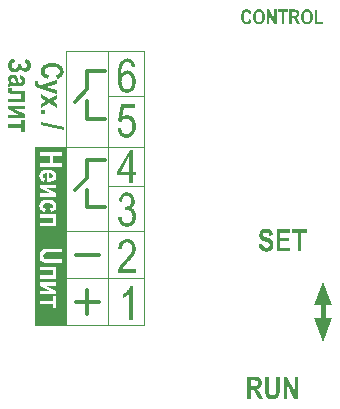
<source format=gto>
G04*
G04 #@! TF.GenerationSoftware,Altium Limited,Altium Designer,20.1.8 (145)*
G04*
G04 Layer_Color=16777215*
%FSTAX43Y43*%
%MOMM*%
G71*
G04*
G04 #@! TF.SameCoordinates,59881587-8D87-46A2-A81E-376F0E243C69*
G04*
G04*
G04 #@! TF.FilePolarity,Positive*
G04*
G01*
G75*
%ADD10C,0.100*%
%ADD11C,0.300*%
%ADD12C,0.400*%
G36*
X0114672Y006213D02*
X0113922Y006413D01*
X0115422D01*
X0114672Y006213D01*
D02*
G37*
G36*
X011469Y0067189D02*
X011544Y0065189D01*
X011394D01*
X011469Y0067189D01*
D02*
G37*
G36*
X009299Y0071506D02*
X0093004D01*
Y0063454D01*
X0090296D01*
Y0071454D01*
X009029D01*
Y007861D01*
X009299D01*
Y0071506D01*
D02*
G37*
G36*
X0088611Y0085823D02*
X0088609D01*
X0088606Y0085821D01*
X0088597Y0085818D01*
X0088586Y0085815D01*
X0088559Y0085807D01*
X0088525Y0085793D01*
X0088489Y0085779D01*
X0088453Y008576D01*
X008842Y008574D01*
X0088395Y0085715D01*
X0088392Y0085712D01*
X0088386Y0085704D01*
X0088378Y0085687D01*
X008837Y0085668D01*
X0088359Y008564D01*
X008835Y008561D01*
X0088345Y0085571D01*
X0088342Y0085529D01*
Y0085507D01*
X0088345Y0085485D01*
X008835Y0085454D01*
X0088359Y0085424D01*
X0088373Y0085388D01*
X0088389Y0085354D01*
X0088411Y0085324D01*
X0088414Y0085321D01*
X0088425Y0085313D01*
X0088439Y0085299D01*
X0088461Y0085285D01*
X0088486Y0085271D01*
X0088517Y0085257D01*
X0088553Y0085249D01*
X0088595Y0085246D01*
X0088597D01*
X00886D01*
X0088614D01*
X0088636Y0085252D01*
X0088664Y0085257D01*
X0088692Y0085265D01*
X0088722Y0085282D01*
X0088753Y0085301D01*
X0088781Y0085329D01*
X0088783Y0085332D01*
X0088792Y0085343D01*
X0088803Y0085363D01*
X0088817Y0085388D01*
X0088828Y0085421D01*
X0088839Y008546D01*
X0088847Y0085504D01*
X008885Y0085557D01*
Y0085624D01*
X0089133D01*
Y0085593D01*
X0089136Y0085574D01*
X0089139Y0085549D01*
X0089144Y0085521D01*
X0089153Y008549D01*
X0089164Y008546D01*
X0089178Y0085432D01*
X0089194Y0085401D01*
X0089219Y0085374D01*
X0089247Y0085349D01*
X008928Y0085329D01*
X0089319Y0085313D01*
X0089364Y0085301D01*
X0089416Y0085299D01*
X0089422D01*
X0089436D01*
X0089455Y0085301D01*
X008948Y0085307D01*
X0089508Y0085315D01*
X0089536Y0085326D01*
X0089566Y008534D01*
X0089591Y0085363D01*
X0089594Y0085365D01*
X0089602Y0085374D01*
X0089614Y0085388D01*
X0089625Y0085407D01*
X0089636Y0085432D01*
X0089647Y0085463D01*
X0089655Y0085496D01*
X0089658Y0085535D01*
Y0085543D01*
X0089655Y0085551D01*
Y0085565D01*
X0089647Y0085599D01*
X0089627Y0085635D01*
X0089616Y0085657D01*
X00896Y0085676D01*
X008958Y0085698D01*
X0089558Y0085718D01*
X008953Y0085735D01*
X00895Y0085751D01*
X0089464Y0085768D01*
X0089422Y0085779D01*
X0089508Y0086082D01*
X0089514D01*
X0089527Y0086076D01*
X008955Y0086071D01*
X008958Y0086059D01*
X0089616Y0086046D01*
X0089655Y0086029D01*
X0089697Y0086007D01*
X0089738Y0085979D01*
X0089783Y0085946D01*
X0089825Y0085907D01*
X0089863Y0085862D01*
X0089897Y008581D01*
X0089927Y0085751D01*
X0089949Y0085685D01*
X0089963Y0085612D01*
X0089969Y0085529D01*
Y0085504D01*
X0089966Y0085487D01*
Y0085465D01*
X0089961Y0085443D01*
X0089958Y0085415D01*
X0089952Y0085385D01*
X0089936Y0085321D01*
X0089911Y0085254D01*
X0089894Y0085221D01*
X0089877Y008519D01*
X0089855Y0085157D01*
X008983Y0085129D01*
X0089827Y0085127D01*
X0089825Y0085124D01*
X0089816Y0085115D01*
X0089805Y0085104D01*
X0089791Y0085093D01*
X0089775Y0085082D01*
X0089736Y0085052D01*
X0089686Y0085024D01*
X0089625Y0085002D01*
X0089558Y0084982D01*
X0089519Y0084979D01*
X008948Y0084977D01*
X0089478D01*
X0089469D01*
X0089455Y0084979D01*
X0089436D01*
X0089414Y0084985D01*
X0089389Y0084991D01*
X0089358Y0084999D01*
X0089328Y008501D01*
X0089294Y0085024D01*
X0089258Y0085041D01*
X0089222Y008506D01*
X0089186Y0085085D01*
X008915Y0085115D01*
X0089117Y0085149D01*
X0089081Y008519D01*
X008905Y0085235D01*
X0089047Y0085232D01*
X0089044Y0085221D01*
X0089036Y0085207D01*
X0089025Y0085185D01*
X0089008Y0085163D01*
X0088989Y0085138D01*
X0088967Y0085107D01*
X0088942Y0085079D01*
X0088911Y0085052D01*
X0088878Y0085021D01*
X0088839Y0084996D01*
X0088795Y0084971D01*
X008875Y0084952D01*
X0088697Y0084938D01*
X0088642Y0084927D01*
X0088581Y0084924D01*
X0088578D01*
X008857D01*
X0088556D01*
X0088539Y0084927D01*
X0088517Y0084929D01*
X0088492Y0084932D01*
X0088464Y0084938D01*
X0088434Y0084943D01*
X008837Y0084963D01*
X0088334Y0084974D01*
X00883Y0084991D01*
X0088267Y008501D01*
X0088237Y0085029D01*
X0088203Y0085054D01*
X0088175Y0085082D01*
X0088173Y0085085D01*
X008817Y008509D01*
X0088162Y0085099D01*
X0088153Y008511D01*
X0088142Y0085127D01*
X0088131Y0085146D01*
X0088117Y0085168D01*
X0088103Y0085196D01*
X0088089Y0085224D01*
X0088076Y0085257D01*
X0088064Y0085293D01*
X0088053Y0085332D01*
X0088045Y0085376D01*
X0088037Y0085421D01*
X0088034Y0085468D01*
X0088031Y0085521D01*
Y0085543D01*
X0088034Y008556D01*
Y0085582D01*
X0088037Y0085604D01*
X0088042Y008566D01*
X0088053Y0085718D01*
X008807Y0085782D01*
X0088095Y0085843D01*
X0088125Y0085898D01*
Y0085901D01*
X0088131Y0085904D01*
X0088145Y0085921D01*
X0088156Y0085932D01*
X008817Y0085946D01*
X0088187Y0085959D01*
X0088209Y0085976D01*
X0088231Y0085993D01*
X0088259Y0086009D01*
X0088289Y0086026D01*
X0088323Y0086046D01*
X0088359Y0086062D01*
X00884Y0086079D01*
X0088445Y0086095D01*
X0088495Y0086109D01*
X0088611Y0085823D01*
D02*
G37*
G36*
X0088473Y008473D02*
X00885Y0084727D01*
X0088531Y0084721D01*
X0088564Y0084716D01*
X0088597Y0084705D01*
X0088631Y0084691D01*
X0088634Y0084688D01*
X0088645Y0084682D01*
X0088661Y0084674D01*
X0088681Y008466D01*
X0088703Y0084644D01*
X0088725Y0084624D01*
X0088747Y0084602D01*
X0088767Y0084574D01*
X008877Y0084571D01*
X0088775Y008456D01*
X0088786Y0084541D01*
X0088797Y0084513D01*
X0088814Y008448D01*
X0088828Y0084438D01*
X0088845Y0084385D01*
X0088861Y0084327D01*
Y0084324D01*
X0088864Y0084319D01*
X0088867Y0084308D01*
X008887Y0084294D01*
X0088872Y0084277D01*
X0088878Y0084258D01*
X0088889Y0084213D01*
X0088903Y0084166D01*
X0088919Y0084119D01*
X0088933Y0084074D01*
X0088942Y0084055D01*
X008895Y0084038D01*
X0088956D01*
X0088967D01*
X0088986D01*
X0089011Y0084041D01*
X0089033D01*
X0089058Y0084044D01*
X0089078Y0084049D01*
X0089094Y0084055D01*
X0089097D01*
X00891Y0084058D01*
X0089117Y0084069D01*
X0089133Y0084088D01*
X0089153Y0084116D01*
Y0084119D01*
X0089155Y0084124D01*
X0089161Y0084133D01*
X0089167Y0084147D01*
X0089169Y0084163D01*
X0089175Y0084183D01*
X0089178Y0084208D01*
Y0084249D01*
X0089175Y0084263D01*
X0089172Y008428D01*
X0089164Y0084321D01*
X0089153Y0084341D01*
X0089142Y008436D01*
X0089139Y0084363D01*
X0089133Y0084369D01*
X0089125Y0084377D01*
X0089111Y0084385D01*
X0089094Y0084396D01*
X0089069Y008441D01*
X0089042Y0084421D01*
X0089008Y0084433D01*
X0089064Y0084699D01*
X0089067D01*
X0089072Y0084696D01*
X0089083Y0084693D01*
X0089097Y0084691D01*
X0089114Y0084685D01*
X0089133Y0084677D01*
X0089178Y008466D01*
X0089228Y0084641D01*
X0089275Y0084613D01*
X0089322Y008458D01*
X0089361Y0084541D01*
X0089364Y0084535D01*
X0089375Y0084519D01*
X0089389Y0084494D01*
X0089408Y0084458D01*
X0089425Y0084413D01*
X0089439Y0084358D01*
X008945Y0084291D01*
X0089453Y0084219D01*
Y0084188D01*
X008945Y0084155D01*
X0089447Y0084113D01*
X0089439Y0084069D01*
X008943Y0084022D01*
X0089416Y0083974D01*
X00894Y0083936D01*
X0089397Y008393D01*
X0089391Y0083919D01*
X0089378Y0083902D01*
X0089361Y008388D01*
X0089341Y0083858D01*
X0089316Y0083833D01*
X0089289Y0083811D01*
X0089255Y0083794D01*
X008925Y0083791D01*
X0089239Y0083786D01*
X0089214Y008378D01*
X00892Y0083775D01*
X008918Y0083772D01*
X0089161Y0083766D01*
X0089136Y0083763D01*
X0089111Y0083761D01*
X0089081Y0083755D01*
X0089047Y0083752D01*
X0089011D01*
X0088972Y008375D01*
X0088928D01*
X0088509Y0083752D01*
X0088506D01*
X00885D01*
X0088492D01*
X0088481D01*
X0088448D01*
X0088409Y008375D01*
X0088367D01*
X0088323Y0083747D01*
X0088281Y0083744D01*
X0088245Y0083738D01*
X0088242D01*
X0088231Y0083736D01*
X0088212Y0083733D01*
X0088189Y0083727D01*
X0088162Y0083719D01*
X0088131Y0083711D01*
X0088098Y00837D01*
X0088062Y0083686D01*
Y0083977D01*
X0088209Y0084016D01*
X0088206Y0084019D01*
X0088195Y008403D01*
X0088178Y0084044D01*
X0088159Y0084066D01*
X0088137Y0084091D01*
X0088114Y0084119D01*
X0088095Y0084149D01*
X0088076Y008418D01*
X0088073Y0084183D01*
X008807Y0084194D01*
X0088062Y0084213D01*
X0088053Y0084235D01*
X0088045Y0084263D01*
X0088039Y0084294D01*
X0088034Y0084327D01*
X0088031Y0084363D01*
Y008438D01*
X0088034Y0084391D01*
X0088037Y0084421D01*
X0088045Y0084458D01*
X0088059Y0084499D01*
X0088076Y0084544D01*
X0088103Y0084588D01*
X0088139Y008463D01*
X0088145Y0084635D01*
X0088159Y0084646D01*
X0088184Y0084663D01*
X0088217Y008468D01*
X0088259Y0084699D01*
X0088309Y0084716D01*
X0088367Y0084727D01*
X0088431Y0084732D01*
X0088436D01*
X008845D01*
X0088473Y008473D01*
D02*
G37*
G36*
X0088325Y0083461D02*
X0088328Y0083453D01*
X0088331Y0083441D01*
X0088342Y0083416D01*
X008835Y0083408D01*
X0088361Y00834D01*
X0088364D01*
X008837Y0083397D01*
X0088381Y0083394D01*
X0088395Y0083389D01*
X0088417Y0083386D01*
X0088445Y0083383D01*
X0088481Y008338D01*
X0088525D01*
X0089422D01*
Y0082389D01*
X0088062D01*
Y0082686D01*
X0089139D01*
Y0083083D01*
X0088517D01*
X0088514D01*
X0088511D01*
X0088503D01*
X0088492D01*
X0088464D01*
X0088431Y0083086D01*
X0088392Y0083089D01*
X008835Y0083092D01*
X0088309Y0083097D01*
X008827Y0083105D01*
X0088267D01*
X0088253Y0083108D01*
X0088237Y0083114D01*
X0088214Y0083122D01*
X0088164Y0083142D01*
X0088139Y0083158D01*
X0088117Y0083175D01*
X0088114Y0083178D01*
X0088109Y0083183D01*
X0088098Y0083194D01*
X0088089Y0083205D01*
X0088064Y0083236D01*
X0088056Y0083255D01*
X0088051Y0083272D01*
Y0083275D01*
X0088048Y008328D01*
Y0083291D01*
X0088045Y0083305D01*
X0088042Y0083325D01*
Y0083347D01*
X0088039Y0083375D01*
Y0083428D01*
X0088042Y0083447D01*
X0088045Y0083472D01*
X0088048Y0083502D01*
X0088053Y0083541D01*
X0088062Y0083589D01*
X0088325D01*
Y0083461D01*
D02*
G37*
G36*
X0089422Y0081817D02*
X0088567D01*
X0089422Y0081368D01*
Y0081073D01*
X0088062D01*
Y0081356D01*
X0088933D01*
X0088062Y0081817D01*
Y0082101D01*
X0089422D01*
Y0081817D01*
D02*
G37*
G36*
Y0079891D02*
X0089139D01*
Y0080249D01*
X0088062D01*
Y0080546D01*
X0089139D01*
Y0080904D01*
X0089422D01*
Y0079891D01*
D02*
G37*
G36*
X0091791Y0085715D02*
X0091822D01*
X0091864Y0085713D01*
X0091911Y0085707D01*
X0091961Y0085699D01*
X0092016Y008569D01*
X0092077Y0085679D01*
X0092139Y0085665D01*
X00922Y0085649D01*
X0092263Y0085626D01*
X0092325Y0085601D01*
X0092383Y0085574D01*
X0092441Y008554D01*
X0092494Y0085502D01*
X0092497Y0085499D01*
X0092505Y0085493D01*
X0092516Y0085482D01*
X009253Y0085468D01*
X0092549Y0085449D01*
X0092569Y0085427D01*
X0092591Y0085399D01*
X0092613Y0085368D01*
X0092633Y0085335D01*
X0092655Y0085296D01*
X0092674Y0085254D01*
X0092694Y008521D01*
X0092708Y008516D01*
X0092719Y008511D01*
X0092727Y0085055D01*
X009273Y0084996D01*
Y0084971D01*
X0092727Y0084952D01*
X0092724Y008493D01*
X0092722Y0084905D01*
X0092716Y0084877D01*
X0092708Y0084846D01*
X0092685Y0084777D01*
X0092672Y0084741D01*
X0092655Y0084705D01*
X0092633Y0084669D01*
X0092608Y0084633D01*
X009258Y0084596D01*
X0092549Y0084563D01*
Y008456D01*
X0092544Y0084558D01*
X0092536Y0084552D01*
X0092527Y0084544D01*
X0092513Y0084533D01*
X0092497Y0084522D01*
X0092477Y0084508D01*
X0092455Y0084494D01*
X009243Y008448D01*
X0092405Y0084463D01*
X0092375Y0084449D01*
X0092341Y0084433D01*
X0092302Y0084419D01*
X0092263Y0084405D01*
X0092222Y0084391D01*
X0092177Y008438D01*
X0092089Y0084688D01*
X0092091D01*
X0092094Y0084691D01*
X0092102D01*
X0092114Y0084694D01*
X0092141Y0084702D01*
X0092175Y0084713D01*
X0092213Y008473D01*
X0092252Y0084752D01*
X0092288Y0084777D01*
X0092322Y0084807D01*
X0092325Y008481D01*
X0092336Y0084821D01*
X009235Y0084841D01*
X0092363Y0084866D01*
X009238Y0084896D01*
X0092391Y008493D01*
X0092402Y0084968D01*
X0092405Y0085013D01*
Y008503D01*
X0092402Y0085041D01*
X0092397Y0085071D01*
X0092386Y008511D01*
X0092369Y0085154D01*
X0092341Y0085202D01*
X0092325Y0085224D01*
X0092305Y0085246D01*
X0092283Y0085268D01*
X0092255Y0085291D01*
X0092252D01*
X009225Y0085296D01*
X0092238Y0085299D01*
X0092227Y0085307D01*
X0092211Y0085316D01*
X0092191Y0085324D01*
X0092166Y0085332D01*
X0092139Y0085343D01*
X0092108Y0085354D01*
X0092072Y0085363D01*
X009203Y0085371D01*
X0091986Y0085379D01*
X0091939Y0085385D01*
X0091886Y008539D01*
X0091828Y0085396D01*
X0091767D01*
X0091764D01*
X009175D01*
X0091733D01*
X0091708Y0085393D01*
X009168D01*
X0091647Y008539D01*
X0091611Y0085388D01*
X0091572Y0085382D01*
X0091489Y0085371D01*
X0091406Y0085352D01*
X0091367Y008534D01*
X0091328Y0085327D01*
X0091295Y008531D01*
X0091264Y0085293D01*
X0091261D01*
X0091258Y0085288D01*
X0091242Y0085274D01*
X0091217Y0085252D01*
X0091192Y0085218D01*
X0091164Y0085179D01*
X0091139Y0085135D01*
X0091122Y008508D01*
X009112Y0085052D01*
X0091117Y0085021D01*
Y0085016D01*
X009112Y0085002D01*
X0091122Y0084977D01*
X0091128Y0084949D01*
X0091139Y0084916D01*
X0091156Y008488D01*
X0091181Y0084844D01*
X0091211Y008481D01*
X0091217Y0084807D01*
X0091231Y0084796D01*
X0091253Y008478D01*
X0091286Y008476D01*
X0091328Y0084738D01*
X0091381Y0084719D01*
X0091442Y0084696D01*
X0091517Y008468D01*
X00914Y0084377D01*
X0091397D01*
X0091386Y008438D01*
X009137Y0084385D01*
X0091347Y0084391D01*
X0091322Y0084399D01*
X0091292Y0084408D01*
X0091258Y0084419D01*
X0091222Y0084433D01*
X0091147Y0084466D01*
X009107Y0084508D01*
X0090997Y0084555D01*
X0090967Y0084583D01*
X0090936Y0084613D01*
X0090934Y0084616D01*
X0090931Y0084621D01*
X0090923Y008463D01*
X0090914Y0084644D01*
X0090903Y0084658D01*
X0090892Y0084677D01*
X0090878Y0084699D01*
X0090864Y0084724D01*
X009085Y0084752D01*
X0090836Y0084782D01*
X0090814Y0084852D01*
X0090798Y008493D01*
X0090795Y0084971D01*
X0090792Y0085016D01*
Y008503D01*
X0090795Y0085043D01*
Y0085066D01*
X00908Y0085091D01*
X0090803Y0085121D01*
X0090812Y0085154D01*
X009082Y0085191D01*
X0090834Y0085229D01*
X0090848Y0085268D01*
X0090867Y0085307D01*
X0090889Y0085349D01*
X0090917Y008539D01*
X0090948Y0085429D01*
X0090981Y0085468D01*
X0091022Y0085504D01*
X0091025Y0085507D01*
X0091034Y0085513D01*
X009105Y0085524D01*
X0091072Y0085538D01*
X0091097Y0085554D01*
X0091131Y0085571D01*
X009117Y008559D01*
X0091214Y008561D01*
X0091261Y0085632D01*
X0091317Y0085651D01*
X0091375Y0085668D01*
X0091439Y0085685D01*
X0091508Y0085699D01*
X0091583Y008571D01*
X0091661Y0085715D01*
X0091744Y0085718D01*
X0091747D01*
X009175D01*
X0091767D01*
X0091791Y0085715D01*
D02*
G37*
G36*
X0092183Y0083941D02*
X0091214Y0083675D01*
X0092183Y0083414D01*
Y0083108D01*
X0090873Y0083503D01*
X009062Y0083578D01*
X0090617D01*
X0090614Y008358D01*
X0090598Y0083586D01*
X009057Y0083597D01*
X0090539Y0083608D01*
X0090506Y0083625D01*
X009047Y0083641D01*
X0090437Y0083658D01*
X0090409Y0083678D01*
X0090406Y008368D01*
X0090398Y0083686D01*
X0090387Y0083697D01*
X009037Y0083711D01*
X0090353Y008373D01*
X0090337Y0083752D01*
X009032Y0083777D01*
X0090306Y0083805D01*
X0090303Y0083808D01*
X0090301Y0083819D01*
X0090295Y0083836D01*
X009029Y0083855D01*
X0090281Y0083883D01*
X0090276Y0083916D01*
X0090273Y0083952D01*
X009027Y0083991D01*
Y0084022D01*
X0090273Y0084044D01*
X0090276Y0084069D01*
X0090278Y0084097D01*
X0090292Y0084158D01*
X0090573Y0084183D01*
Y008418D01*
X009057Y0084172D01*
X0090567Y0084158D01*
X0090564Y0084141D01*
X0090559Y0084102D01*
X0090556Y0084061D01*
Y0084047D01*
X0090559Y008403D01*
X0090564Y0084011D01*
X009057Y0083988D01*
X0090581Y0083966D01*
X0090595Y0083944D01*
X0090614Y0083922D01*
X0090617Y0083919D01*
X0090625Y0083914D01*
X0090639Y0083902D01*
X0090662Y0083889D01*
X0090689Y0083875D01*
X0090725Y0083861D01*
X0090767Y0083844D01*
X009082Y008383D01*
X0092183Y0084255D01*
Y0083941D01*
D02*
G37*
G36*
X0091514Y0082659D02*
X0092183Y0083045D01*
Y0082684D01*
X0091825Y0082478D01*
X0092183Y0082273D01*
Y0081929D01*
X0091531Y0082306D01*
X0090823Y0081895D01*
Y0082259D01*
X0091217Y0082487D01*
X0090823Y0082717D01*
Y0083058D01*
X0091514Y0082659D01*
D02*
G37*
G36*
X0091184Y0081429D02*
X0090823D01*
Y0081723D01*
X0091184D01*
Y0081429D01*
D02*
G37*
G36*
X009273Y0080304D02*
Y0080082D01*
X0090792Y0080468D01*
Y0080685D01*
X009273Y0080304D01*
D02*
G37*
G36*
X0098179Y0086099D02*
X00982D01*
X0098229Y0086095D01*
X0098287Y0086083D01*
X0098358Y0086058D01*
X0098433Y0086024D01*
X0098508Y0085983D01*
X0098546Y0085953D01*
X0098579Y008592D01*
X0098583D01*
X0098587Y0085912D01*
X0098595Y0085899D01*
X0098608Y0085887D01*
X0098637Y0085845D01*
X0098675Y0085787D01*
X0098712Y0085712D01*
X009875Y008562D01*
X0098779Y0085516D01*
X00988Y0085395D01*
X0098516Y0085366D01*
Y008537D01*
Y0085374D01*
X0098508Y0085404D01*
X00985Y0085441D01*
X0098487Y0085487D01*
X0098471Y0085537D01*
X009845Y0085591D01*
X0098425Y0085637D01*
X0098396Y0085679D01*
X0098391Y0085683D01*
X0098375Y0085699D01*
X009835Y008572D01*
X0098316Y0085749D01*
X0098275Y0085774D01*
X0098229Y0085795D01*
X0098175Y0085812D01*
X0098116Y0085816D01*
X0098091D01*
X0098075Y0085812D01*
X0098029Y0085799D01*
X0097975Y0085779D01*
X0097941Y0085762D01*
X0097908Y0085741D01*
X0097875Y0085716D01*
X0097842Y0085683D01*
X0097808Y0085649D01*
X0097775Y0085608D01*
X0097746Y0085558D01*
X0097717Y0085504D01*
Y0085499D01*
X0097712Y0085491D01*
X0097704Y0085474D01*
X0097696Y0085454D01*
X0097687Y0085424D01*
X0097675Y0085391D01*
X0097662Y0085349D01*
X009765Y0085304D01*
X0097637Y0085254D01*
X0097625Y0085195D01*
X0097612Y0085129D01*
X0097604Y0085058D01*
X0097596Y0084979D01*
X0097587Y0084895D01*
X0097583Y0084808D01*
Y0084716D01*
X0097587Y008472D01*
X00976Y0084741D01*
X0097621Y0084775D01*
X009765Y0084816D01*
X0097687Y0084862D01*
X0097729Y0084908D01*
X0097775Y0084954D01*
X0097829Y0084991D01*
X0097837Y0084995D01*
X0097854Y0085008D01*
X0097887Y0085025D01*
X0097925Y0085041D01*
X0097975Y0085058D01*
X0098029Y0085075D01*
X0098087Y0085087D01*
X009815Y0085091D01*
X0098175D01*
X0098196Y0085087D01*
X0098221Y0085083D01*
X009825Y0085079D01*
X0098312Y0085058D01*
X0098387Y0085029D01*
X0098429Y0085008D01*
X0098471Y0084983D01*
X0098512Y0084954D01*
X0098554Y008492D01*
X0098591Y0084883D01*
X0098633Y0084837D01*
X0098637Y0084833D01*
X0098641Y0084825D01*
X0098654Y0084812D01*
X0098666Y0084791D01*
X0098683Y0084766D01*
X00987Y0084737D01*
X0098716Y00847D01*
X0098737Y0084658D01*
X0098758Y0084612D01*
X0098775Y0084562D01*
X0098791Y0084508D01*
X0098808Y008445D01*
X009882Y0084383D01*
X0098833Y0084316D01*
X0098837Y0084241D01*
X0098841Y0084166D01*
Y0084162D01*
Y0084154D01*
Y0084137D01*
Y0084121D01*
X0098837Y0084096D01*
Y0084066D01*
X0098829Y0083996D01*
X0098816Y0083916D01*
X0098795Y0083829D01*
X009877Y0083737D01*
X0098737Y008365D01*
Y0083646D01*
X0098733Y0083642D01*
X0098725Y0083629D01*
X009872Y0083612D01*
X0098695Y0083571D01*
X0098666Y0083521D01*
X0098625Y0083467D01*
X0098579Y0083408D01*
X0098525Y0083354D01*
X0098466Y0083308D01*
X0098458Y0083304D01*
X0098437Y0083292D01*
X0098404Y0083275D01*
X0098362Y0083254D01*
X0098308Y0083233D01*
X0098246Y0083217D01*
X0098179Y0083204D01*
X0098108Y00832D01*
X0098091D01*
X0098075Y0083204D01*
X009805D01*
X0098021Y0083208D01*
X0097983Y0083217D01*
X0097904Y0083242D01*
X0097858Y0083258D01*
X0097808Y0083279D01*
X0097762Y0083304D01*
X0097712Y0083333D01*
X0097662Y0083371D01*
X0097617Y0083412D01*
X0097571Y0083462D01*
X0097525Y0083517D01*
X0097521Y0083521D01*
X0097517Y0083533D01*
X0097504Y008355D01*
X0097492Y0083579D01*
X0097475Y0083612D01*
X0097454Y0083658D01*
X0097433Y0083708D01*
X0097412Y0083767D01*
X0097392Y0083837D01*
X0097371Y0083916D01*
X0097354Y0084004D01*
X0097333Y00841D01*
X0097321Y0084204D01*
X0097308Y0084321D01*
X0097304Y0084446D01*
X00973Y0084579D01*
Y0084583D01*
Y0084587D01*
Y00846D01*
Y0084616D01*
Y0084658D01*
X0097304Y0084712D01*
X0097308Y0084779D01*
X0097312Y0084858D01*
X0097321Y0084941D01*
X0097329Y0085033D01*
X0097358Y0085224D01*
X00974Y008542D01*
X0097425Y0085512D01*
X0097458Y0085599D01*
X0097492Y0085679D01*
X0097533Y0085749D01*
X0097537Y0085754D01*
X0097546Y0085766D01*
X0097558Y0085783D01*
X0097575Y0085803D01*
X00976Y0085833D01*
X0097625Y0085862D01*
X0097658Y0085895D01*
X0097696Y0085928D01*
X0097737Y0085958D01*
X0097783Y0085991D01*
X0097883Y0086049D01*
X0097941Y008607D01*
X0098004Y0086087D01*
X0098066Y0086099D01*
X0098133Y0086103D01*
X0098158D01*
X0098179Y0086099D01*
D02*
G37*
G36*
X0098733Y008191D02*
X0097804D01*
X0097679Y0081144D01*
X0097683Y0081148D01*
X0097687Y0081152D01*
X00977Y008116D01*
X0097717Y0081173D01*
X0097758Y0081202D01*
X0097812Y0081235D01*
X0097879Y0081265D01*
X009795Y0081294D01*
X0098033Y0081315D01*
X0098075Y0081323D01*
X0098146D01*
X0098166Y0081319D01*
X0098191Y0081315D01*
X0098221Y008131D01*
X0098291Y0081294D01*
X0098371Y008126D01*
X0098412Y0081244D01*
X0098458Y0081219D01*
X00985Y008119D01*
X0098546Y0081156D01*
X0098587Y0081119D01*
X0098629Y0081073D01*
X0098633Y0081069D01*
X0098637Y008106D01*
X009865Y0081048D01*
X0098662Y0081027D01*
X0098679Y0081002D01*
X0098695Y0080973D01*
X0098716Y0080935D01*
X0098737Y0080894D01*
X0098758Y0080848D01*
X0098779Y0080798D01*
X0098795Y0080744D01*
X0098812Y0080681D01*
X0098825Y0080619D01*
X0098837Y0080548D01*
X0098841Y0080477D01*
X0098845Y0080398D01*
Y0080394D01*
Y0080381D01*
Y0080356D01*
X0098841Y0080327D01*
X0098837Y0080294D01*
X0098833Y0080252D01*
X0098829Y0080202D01*
X009882Y0080152D01*
X0098791Y008004D01*
X0098754Y0079923D01*
X0098729Y0079861D01*
X00987Y0079802D01*
X0098666Y0079744D01*
X0098629Y0079686D01*
X0098625Y0079682D01*
X009862Y0079673D01*
X0098608Y0079657D01*
X0098591Y007964D01*
X0098566Y0079619D01*
X0098541Y0079594D01*
X0098512Y0079565D01*
X0098475Y007954D01*
X0098437Y0079511D01*
X0098391Y0079482D01*
X0098291Y0079436D01*
X0098237Y0079419D01*
X0098175Y0079402D01*
X0098112Y0079394D01*
X0098046Y007939D01*
X0098016D01*
X0097996Y0079394D01*
X0097971Y0079398D01*
X0097941Y0079402D01*
X0097871Y0079415D01*
X0097787Y007944D01*
X0097704Y0079477D01*
X0097658Y0079502D01*
X0097617Y0079532D01*
X0097575Y0079561D01*
X0097533Y0079598D01*
X0097529Y0079602D01*
X0097525Y0079607D01*
X0097512Y0079619D01*
X00975Y0079636D01*
X0097483Y0079661D01*
X0097467Y0079686D01*
X0097446Y0079715D01*
X0097425Y0079752D01*
X0097404Y007979D01*
X0097383Y0079836D01*
X0097367Y0079882D01*
X0097346Y0079936D01*
X0097317Y0080052D01*
X0097308Y0080119D01*
X00973Y0080186D01*
X00976Y0080215D01*
Y0080211D01*
Y0080202D01*
X0097604Y008019D01*
X0097608Y0080169D01*
X0097617Y0080119D01*
X0097633Y0080061D01*
X0097654Y0079994D01*
X0097679Y0079927D01*
X0097712Y0079861D01*
X0097754Y0079807D01*
X0097758Y0079802D01*
X0097775Y0079786D01*
X0097804Y0079765D01*
X0097837Y0079744D01*
X0097879Y0079719D01*
X0097929Y0079698D01*
X0097983Y0079682D01*
X0098041Y0079677D01*
X009805D01*
X0098075Y0079682D01*
X0098112Y0079686D01*
X0098162Y0079702D01*
X0098216Y0079723D01*
X0098275Y0079757D01*
X0098333Y0079802D01*
X0098362Y0079827D01*
X0098391Y0079861D01*
Y0079865D01*
X00984Y0079869D01*
X0098404Y0079882D01*
X0098416Y0079894D01*
X0098437Y0079936D01*
X0098466Y0079994D01*
X0098496Y0080069D01*
X0098516Y0080156D01*
X0098533Y0080256D01*
X0098541Y0080373D01*
Y0080377D01*
Y0080386D01*
Y0080402D01*
X0098537Y0080423D01*
Y0080448D01*
X0098533Y0080477D01*
X0098525Y0080548D01*
X0098504Y0080623D01*
X0098479Y0080702D01*
X0098446Y0080777D01*
X0098396Y0080844D01*
X0098387Y0080852D01*
X0098371Y0080869D01*
X0098341Y0080898D01*
X00983Y0080931D01*
X0098246Y008096D01*
X0098187Y008099D01*
X0098116Y0081006D01*
X0098041Y0081015D01*
X0098021D01*
X0097996Y008101D01*
X0097962Y0081006D01*
X0097925Y0080998D01*
X0097883Y0080981D01*
X0097842Y0080965D01*
X0097796Y008094D01*
X0097792Y0080935D01*
X0097779Y0080927D01*
X0097758Y008091D01*
X0097733Y008089D01*
X0097704Y008086D01*
X0097675Y0080823D01*
X0097646Y0080781D01*
X0097621Y0080735D01*
X009735Y0080781D01*
X0097579Y0082243D01*
X0098733D01*
Y008191D01*
D02*
G37*
G36*
X0098576Y0076524D02*
X0098892D01*
Y0076203D01*
X0098576D01*
Y007552D01*
X0098292D01*
Y0076203D01*
X009728D01*
Y0076524D01*
X0098338Y0078365D01*
X0098576D01*
Y0076524D01*
D02*
G37*
G36*
X0098119Y0074759D02*
X0098144Y0074755D01*
X0098173Y0074751D01*
X009824Y0074738D01*
X0098315Y0074713D01*
X0098398Y0074676D01*
X009844Y0074651D01*
X0098477Y0074622D01*
X0098519Y0074588D01*
X0098556Y0074551D01*
X0098561Y0074547D01*
X0098565Y0074543D01*
X0098573Y007453D01*
X009859Y0074513D01*
X0098602Y0074493D01*
X0098619Y0074468D01*
X0098656Y0074409D01*
X0098694Y007433D01*
X0098727Y0074243D01*
X0098748Y0074139D01*
X0098752Y0074084D01*
X0098756Y0074026D01*
Y0074022D01*
Y0074018D01*
Y0073993D01*
X0098752Y0073955D01*
X0098744Y0073909D01*
X0098735Y0073855D01*
X0098719Y0073797D01*
X0098698Y0073739D01*
X0098669Y007368D01*
X0098665Y0073672D01*
X0098652Y0073655D01*
X0098635Y007363D01*
X0098606Y0073597D01*
X0098573Y007356D01*
X0098536Y0073522D01*
X0098486Y007348D01*
X0098431Y0073447D01*
X009844D01*
X0098456Y0073439D01*
X0098481Y007343D01*
X0098515Y0073418D01*
X0098552Y0073401D01*
X009859Y0073376D01*
X0098627Y0073351D01*
X0098665Y0073318D01*
X0098669Y0073314D01*
X0098681Y0073301D01*
X0098698Y007328D01*
X0098719Y0073255D01*
X009874Y0073222D01*
X0098765Y007318D01*
X009879Y0073135D01*
X009881Y0073081D01*
X0098815Y0073072D01*
X0098819Y0073056D01*
X0098827Y0073022D01*
X009884Y0072985D01*
X0098852Y0072935D01*
X009886Y0072876D01*
X0098865Y0072814D01*
X0098869Y0072747D01*
Y0072743D01*
Y0072731D01*
Y007271D01*
X0098865Y0072681D01*
X009886Y0072647D01*
X0098856Y007261D01*
X0098848Y0072568D01*
X009884Y0072522D01*
X009881Y0072418D01*
X0098769Y007231D01*
X0098744Y007226D01*
X0098715Y0072206D01*
X0098677Y0072156D01*
X0098635Y0072106D01*
X0098631Y0072102D01*
X0098627Y0072093D01*
X0098611Y0072085D01*
X0098594Y0072068D01*
X0098573Y0072047D01*
X0098548Y0072027D01*
X0098515Y0072006D01*
X0098481Y0071985D01*
X0098398Y0071939D01*
X0098306Y0071897D01*
X0098252Y0071881D01*
X0098198Y0071872D01*
X009814Y0071864D01*
X0098081Y007186D01*
X0098052D01*
X0098031Y0071864D01*
X0098007Y0071868D01*
X0097977Y0071872D01*
X0097907Y0071889D01*
X0097827Y0071914D01*
X009774Y0071952D01*
X0097698Y0071977D01*
X0097657Y0072006D01*
X0097615Y0072039D01*
X0097573Y0072077D01*
X0097569Y0072081D01*
X0097565Y0072085D01*
X0097552Y0072097D01*
X009754Y0072118D01*
X0097523Y0072139D01*
X0097507Y0072164D01*
X009749Y0072197D01*
X0097469Y0072231D01*
X0097448Y0072272D01*
X0097427Y0072314D01*
X009739Y0072414D01*
X0097357Y0072531D01*
X009734Y007266D01*
X0097623Y0072706D01*
Y0072701D01*
X0097627Y0072681D01*
X0097636Y0072656D01*
X0097644Y0072618D01*
X0097657Y0072576D01*
X0097669Y0072531D01*
X009769Y0072481D01*
X0097715Y0072427D01*
X009774Y0072377D01*
X0097773Y0072322D01*
X0097811Y0072277D01*
X0097852Y0072235D01*
X0097898Y0072197D01*
X0097952Y0072172D01*
X0098011Y0072156D01*
X0098077Y0072147D01*
X0098086D01*
X0098111Y0072152D01*
X0098148Y0072156D01*
X0098194Y0072168D01*
X0098248Y0072189D01*
X0098302Y0072214D01*
X0098361Y0072256D01*
X0098419Y007231D01*
X0098427Y0072318D01*
X0098444Y0072339D01*
X0098465Y0072377D01*
X0098494Y0072427D01*
X0098519Y0072489D01*
X0098544Y007256D01*
X0098561Y0072647D01*
X0098565Y0072739D01*
Y0072743D01*
Y0072751D01*
Y0072764D01*
Y0072781D01*
X0098556Y0072826D01*
X0098548Y0072885D01*
X0098531Y0072947D01*
X0098511Y0073014D01*
X0098477Y0073081D01*
X0098431Y0073139D01*
X0098427Y0073147D01*
X0098406Y0073164D01*
X0098377Y0073189D01*
X009834Y0073218D01*
X0098294Y0073243D01*
X009824Y0073268D01*
X0098177Y0073285D01*
X0098106Y0073293D01*
X0098073D01*
X0098052Y0073289D01*
X0098023Y0073285D01*
X0097986Y0073276D01*
X0097948Y0073264D01*
X0097907Y0073251D01*
X009794Y007356D01*
X0097981Y0073555D01*
X009799D01*
X0098019Y007356D01*
X0098056Y0073564D01*
X0098106Y0073572D01*
X0098161Y0073589D01*
X0098219Y007361D01*
X0098273Y0073643D01*
X0098327Y0073685D01*
X0098331Y0073689D01*
X0098348Y007371D01*
X0098369Y0073739D01*
X0098394Y0073776D01*
X0098419Y0073826D01*
X009844Y0073884D01*
X0098456Y0073955D01*
X0098461Y007403D01*
Y0074034D01*
Y0074039D01*
Y0074064D01*
X0098456Y0074101D01*
X0098448Y0074147D01*
X0098431Y0074197D01*
X0098415Y0074251D01*
X0098386Y0074301D01*
X0098348Y0074351D01*
X0098344Y0074355D01*
X0098327Y0074372D01*
X0098302Y0074393D01*
X0098273Y0074414D01*
X0098231Y0074439D01*
X0098186Y0074455D01*
X0098136Y0074472D01*
X0098077Y0074476D01*
X0098048D01*
X0098019Y0074468D01*
X0097981Y0074459D01*
X0097936Y0074443D01*
X0097886Y0074422D01*
X009784Y0074389D01*
X0097794Y0074347D01*
X009779Y0074343D01*
X0097777Y0074322D01*
X0097757Y0074293D01*
X0097736Y0074251D01*
X0097711Y0074197D01*
X0097686Y007413D01*
X0097669Y0074051D01*
X0097652Y0073964D01*
X0097369Y0074026D01*
Y007403D01*
X0097373Y0074043D01*
X0097377Y0074059D01*
X0097382Y0074084D01*
X0097386Y0074118D01*
X0097398Y0074151D01*
X0097419Y007423D01*
X0097452Y0074318D01*
X0097494Y0074409D01*
X0097548Y0074497D01*
X0097611Y0074576D01*
X0097615Y007458D01*
X0097619Y0074584D01*
X0097644Y0074605D01*
X0097686Y0074634D01*
X009774Y0074672D01*
X0097807Y0074705D01*
X0097886Y0074734D01*
X0097977Y0074755D01*
X0098023Y0074763D01*
X0098102D01*
X0098119Y0074759D01*
D02*
G37*
G36*
X0098171Y0070813D02*
X00982Y0070809D01*
X0098237Y0070805D01*
X0098316Y0070788D01*
X0098404Y0070759D01*
X0098446Y0070738D01*
X0098491Y0070718D01*
X0098537Y0070688D01*
X0098579Y0070655D01*
X0098616Y0070618D01*
X0098654Y0070576D01*
X0098658Y0070572D01*
X0098662Y0070563D01*
X009867Y0070551D01*
X0098683Y0070534D01*
X0098695Y0070509D01*
X0098712Y0070484D01*
X009875Y0070418D01*
X0098783Y0070334D01*
X0098812Y0070243D01*
X0098833Y0070139D01*
X0098841Y0070084D01*
Y0070026D01*
Y0070022D01*
Y0070014D01*
Y0070001D01*
X0098837Y006998D01*
Y0069955D01*
X0098833Y0069926D01*
X0098825Y006986D01*
X0098804Y006978D01*
X0098779Y0069693D01*
X0098745Y0069601D01*
X0098695Y0069505D01*
Y0069501D01*
X0098687Y0069493D01*
X0098679Y006948D01*
X0098666Y006946D01*
X009865Y0069435D01*
X0098629Y0069405D01*
X0098604Y0069372D01*
X0098575Y006933D01*
X0098541Y0069285D01*
X00985Y0069235D01*
X0098454Y0069181D01*
X0098404Y0069122D01*
X009835Y006906D01*
X0098291Y0068993D01*
X0098221Y0068918D01*
X009815Y0068843D01*
X0098146Y0068839D01*
X0098137Y0068831D01*
X0098125Y0068818D01*
X0098108Y0068801D01*
X0098066Y0068756D01*
X0098012Y0068701D01*
X0097958Y0068639D01*
X0097904Y0068581D01*
X0097858Y0068527D01*
X0097837Y0068506D01*
X0097821Y0068485D01*
X0097817Y0068481D01*
X0097808Y0068468D01*
X0097796Y0068452D01*
X0097779Y0068427D01*
X0097758Y0068397D01*
X0097737Y0068364D01*
X00977Y0068297D01*
X0098845D01*
Y006796D01*
X00973D01*
Y0067964D01*
Y0067968D01*
Y0067981D01*
Y0067997D01*
X0097304Y0068039D01*
X0097312Y0068093D01*
X0097325Y006816D01*
X0097346Y0068239D01*
X0097379Y0068322D01*
X0097421Y0068414D01*
Y0068418D01*
X0097429Y0068427D01*
X0097433Y0068439D01*
X0097446Y006846D01*
X0097462Y0068485D01*
X0097479Y0068514D01*
X0097504Y0068547D01*
X0097529Y0068585D01*
X0097558Y0068626D01*
X0097592Y0068672D01*
X0097633Y0068722D01*
X0097675Y0068772D01*
X0097725Y0068826D01*
X0097775Y0068885D01*
X0097833Y0068947D01*
X0097896Y006901D01*
X00979Y0069014D01*
X0097912Y0069026D01*
X0097933Y0069047D01*
X0097962Y0069076D01*
X0097991Y006911D01*
X0098029Y0069147D01*
X0098071Y0069193D01*
X0098112Y0069239D01*
X0098204Y0069339D01*
X0098291Y0069443D01*
X0098329Y0069493D01*
X0098366Y0069543D01*
X00984Y0069589D01*
X0098425Y006963D01*
Y0069635D01*
X0098429Y0069639D01*
X0098437Y0069651D01*
X0098446Y0069668D01*
X0098466Y006971D01*
X0098491Y0069764D01*
X0098512Y0069826D01*
X0098533Y0069893D01*
X009855Y0069968D01*
X0098554Y0070039D01*
Y0070043D01*
Y0070047D01*
Y0070059D01*
Y0070076D01*
X0098546Y0070114D01*
X0098537Y0070164D01*
X0098521Y0070222D01*
X00985Y007028D01*
X0098466Y0070339D01*
X0098425Y0070393D01*
X0098421Y0070397D01*
X00984Y0070414D01*
X0098375Y0070434D01*
X0098337Y0070464D01*
X0098291Y0070489D01*
X0098237Y0070509D01*
X0098175Y0070526D01*
X0098108Y007053D01*
X00981D01*
X0098075Y0070526D01*
X0098037Y0070522D01*
X0097991Y0070514D01*
X0097941Y0070493D01*
X0097883Y0070468D01*
X0097829Y007043D01*
X0097779Y007038D01*
X0097775Y0070372D01*
X0097758Y0070351D01*
X0097737Y0070318D01*
X0097717Y0070272D01*
X0097692Y0070209D01*
X0097671Y0070139D01*
X0097654Y0070051D01*
X009765Y0069955D01*
X0097354Y0069993D01*
Y0069997D01*
Y0070009D01*
X0097358Y007003D01*
X0097362Y0070059D01*
X0097367Y0070093D01*
X0097375Y0070134D01*
X0097383Y0070176D01*
X0097396Y0070222D01*
X0097425Y0070322D01*
X0097462Y0070426D01*
X0097517Y0070522D01*
X009755Y0070568D01*
X0097583Y0070609D01*
X0097587Y0070613D01*
X0097592Y0070618D01*
X0097604Y007063D01*
X0097621Y0070643D01*
X0097642Y0070659D01*
X0097667Y0070676D01*
X0097725Y0070713D01*
X0097804Y0070751D01*
X0097892Y0070784D01*
X0097996Y0070809D01*
X0098054Y0070813D01*
X0098112Y0070818D01*
X0098146D01*
X0098171Y0070813D01*
D02*
G37*
G36*
X0098574Y006398D02*
X0098291D01*
Y0066209D01*
X0098287Y0066204D01*
X0098274Y0066188D01*
X0098249Y0066167D01*
X009822Y0066134D01*
X0098182Y00661D01*
X0098137Y0066059D01*
X0098082Y0066013D01*
X0098024Y0065967D01*
X0098016Y0065963D01*
X0097995Y0065946D01*
X0097966Y0065925D01*
X0097924Y00659D01*
X0097878Y0065871D01*
X0097824Y0065842D01*
X0097774Y0065813D01*
X009772Y0065788D01*
Y0066125D01*
X0097724D01*
X0097732Y0066129D01*
X0097741Y0066138D01*
X0097757Y006615D01*
X0097803Y0066179D01*
X0097857Y0066217D01*
X0097924Y0066263D01*
X0097991Y0066321D01*
X0098062Y0066384D01*
X0098132Y0066454D01*
X0098137Y0066459D01*
X0098141Y0066463D01*
X0098162Y0066488D01*
X0098195Y0066525D01*
X0098232Y0066575D01*
X0098274Y0066633D01*
X0098316Y00667D01*
X0098357Y0066767D01*
X0098386Y0066838D01*
X0098574D01*
Y006398D01*
D02*
G37*
G36*
X0108261Y009027D02*
X0108276Y0090268D01*
X0108293Y0090267D01*
X0108311Y0090263D01*
X0108331Y0090257D01*
X0108378Y0090242D01*
X0108402Y0090233D01*
X0108426Y0090222D01*
X010845Y0090207D01*
X0108474Y0090191D01*
X0108498Y0090172D01*
X010852Y0090152D01*
X0108522D01*
X0108524Y0090148D01*
X0108528Y0090142D01*
X0108533Y0090137D01*
X0108541Y0090128D01*
X0108548Y0090117D01*
X0108557Y0090104D01*
X0108567Y0090089D01*
X0108576Y0090072D01*
X0108587Y0090055D01*
X0108596Y0090035D01*
X0108607Y0090013D01*
X0108617Y0089987D01*
X0108626Y0089961D01*
X0108635Y0089933D01*
X0108643Y0089904D01*
X0108437Y0089844D01*
Y0089846D01*
X0108435Y0089848D01*
Y0089854D01*
X0108433Y0089861D01*
X0108428Y008988D01*
X010842Y0089902D01*
X0108409Y0089928D01*
X0108394Y0089954D01*
X0108378Y0089978D01*
X0108357Y009D01*
X0108355Y0090002D01*
X0108348Y0090009D01*
X0108335Y0090018D01*
X0108318Y0090028D01*
X0108298Y0090039D01*
X0108276Y0090046D01*
X010825Y0090054D01*
X010822Y0090055D01*
X0108209D01*
X0108202Y0090054D01*
X0108181Y009005D01*
X0108156Y0090042D01*
X0108126Y0090031D01*
X0108094Y0090013D01*
X010808Y0090002D01*
X0108065Y0089989D01*
X010805Y0089974D01*
X0108035Y0089955D01*
Y0089954D01*
X0108031Y0089952D01*
X010803Y0089944D01*
X0108024Y0089937D01*
X0108018Y0089926D01*
X0108013Y0089913D01*
X0108007Y0089896D01*
X0108Y0089878D01*
X0107993Y0089857D01*
X0107987Y0089833D01*
X0107981Y0089805D01*
X0107976Y0089776D01*
X0107972Y0089744D01*
X0107968Y0089709D01*
X0107965Y008967D01*
Y008963D01*
Y0089628D01*
Y0089618D01*
Y0089607D01*
X0107967Y0089591D01*
Y0089572D01*
X0107968Y008955D01*
X010797Y0089526D01*
X0107974Y00895D01*
X0107981Y0089444D01*
X0107994Y0089389D01*
X0108002Y0089363D01*
X0108011Y0089337D01*
X0108022Y0089315D01*
X0108033Y0089294D01*
Y0089293D01*
X0108037Y0089291D01*
X0108046Y008928D01*
X0108061Y0089263D01*
X0108083Y0089246D01*
X0108109Y0089228D01*
X0108139Y0089211D01*
X0108176Y00892D01*
X0108194Y0089198D01*
X0108215Y0089196D01*
X0108218D01*
X0108228Y0089198D01*
X0108244Y00892D01*
X0108263Y0089204D01*
X0108285Y0089211D01*
X0108309Y0089222D01*
X0108333Y0089239D01*
X0108355Y0089259D01*
X0108357Y0089263D01*
X0108365Y0089272D01*
X0108376Y0089287D01*
X0108389Y0089309D01*
X0108404Y0089337D01*
X0108417Y0089372D01*
X0108431Y0089413D01*
X0108443Y0089463D01*
X0108644Y0089385D01*
Y0089383D01*
X0108643Y0089376D01*
X0108639Y0089365D01*
X0108635Y008935D01*
X010863Y0089333D01*
X0108624Y0089313D01*
X0108617Y0089291D01*
X0108607Y0089267D01*
X0108585Y0089217D01*
X0108557Y0089165D01*
X0108526Y0089117D01*
X0108507Y0089096D01*
X0108487Y0089076D01*
X0108485Y0089074D01*
X0108481Y0089072D01*
X0108476Y0089067D01*
X0108467Y0089061D01*
X0108457Y0089054D01*
X0108444Y0089046D01*
X010843Y0089037D01*
X0108413Y0089028D01*
X0108394Y0089019D01*
X0108374Y0089009D01*
X0108328Y0088994D01*
X0108276Y0088983D01*
X0108248Y0088981D01*
X0108218Y008898D01*
X0108209D01*
X01082Y0088981D01*
X0108185D01*
X0108168Y0088985D01*
X0108148Y0088987D01*
X0108126Y0088993D01*
X0108102Y0088998D01*
X0108076Y0089007D01*
X010805Y0089017D01*
X0108024Y008903D01*
X0107996Y0089044D01*
X0107968Y0089063D01*
X0107943Y0089083D01*
X0107917Y0089106D01*
X0107893Y0089133D01*
X0107891Y0089135D01*
X0107887Y0089141D01*
X010788Y0089152D01*
X010787Y0089167D01*
X0107859Y0089183D01*
X0107848Y0089206D01*
X0107835Y0089231D01*
X0107822Y0089261D01*
X0107807Y0089293D01*
X0107794Y008933D01*
X0107783Y0089368D01*
X0107772Y0089411D01*
X0107763Y0089457D01*
X0107756Y0089507D01*
X0107752Y0089559D01*
X010775Y0089615D01*
Y0089617D01*
Y0089618D01*
Y008963D01*
X0107752Y0089646D01*
Y0089667D01*
X0107754Y0089694D01*
X0107757Y0089726D01*
X0107763Y0089759D01*
X0107769Y0089796D01*
X0107776Y0089837D01*
X0107785Y0089878D01*
X0107796Y0089918D01*
X0107811Y0089961D01*
X0107828Y0090002D01*
X0107846Y0090041D01*
X0107869Y009008D01*
X0107894Y0090115D01*
X0107896Y0090117D01*
X01079Y0090122D01*
X0107907Y009013D01*
X0107917Y0090139D01*
X010793Y0090152D01*
X0107944Y0090165D01*
X0107963Y009018D01*
X0107983Y0090194D01*
X0108006Y0090207D01*
X0108031Y0090222D01*
X0108059Y0090235D01*
X0108089Y0090248D01*
X0108122Y0090257D01*
X0108156Y0090265D01*
X0108193Y009027D01*
X0108231Y0090272D01*
X0108248D01*
X0108261Y009027D01*
D02*
G37*
G36*
X0110757Y0089D02*
X0110548D01*
X0110135Y0089815D01*
Y0089D01*
X0109942D01*
Y0090252D01*
X0110142D01*
X0110565Y0089415D01*
Y0090252D01*
X0110757D01*
Y0089D01*
D02*
G37*
G36*
X0114212Y0089211D02*
X0114727D01*
Y0089D01*
X0114005D01*
Y0090242D01*
X0114212D01*
Y0089211D01*
D02*
G37*
G36*
X0112327Y009025D02*
X0112344D01*
X0112379Y0090248D01*
X0112418Y0090242D01*
X0112457Y0090237D01*
X0112494Y0090228D01*
X0112511Y0090222D01*
X0112525Y0090217D01*
X0112529Y0090215D01*
X0112538Y0090211D01*
X0112551Y0090202D01*
X0112568Y0090189D01*
X0112587Y0090174D01*
X0112605Y0090154D01*
X0112625Y009013D01*
X0112644Y00901D01*
X0112646Y0090096D01*
X0112651Y0090085D01*
X0112659Y0090067D01*
X0112668Y0090044D01*
X0112675Y0090015D01*
X0112683Y008998D01*
X0112688Y0089942D01*
X011269Y00899D01*
Y0089898D01*
Y0089894D01*
Y0089885D01*
X0112688Y0089876D01*
Y0089863D01*
X0112687Y0089848D01*
X0112681Y0089815D01*
X0112674Y0089778D01*
X0112661Y0089739D01*
X0112642Y00897D01*
X0112618Y0089663D01*
Y0089661D01*
X0112614Y0089659D01*
X0112605Y0089648D01*
X0112588Y0089633D01*
X0112566Y0089617D01*
X0112538Y0089596D01*
X0112503Y0089578D01*
X0112464Y0089563D01*
X0112418Y0089552D01*
X0112422Y008955D01*
X0112429Y0089543D01*
X0112442Y0089533D01*
X0112457Y008952D01*
X0112474Y0089506D01*
X0112492Y0089487D01*
X0112511Y0089467D01*
X0112527Y0089446D01*
X0112529Y0089444D01*
X0112535Y0089435D01*
X0112546Y008942D01*
X0112559Y00894D01*
X0112575Y0089372D01*
X0112585Y0089356D01*
X0112596Y0089337D01*
X0112607Y0089317D01*
X011262Y0089294D01*
X0112633Y0089268D01*
X0112646Y0089243D01*
X0112772Y0089D01*
X0112522D01*
X0112374Y0089272D01*
Y0089274D01*
X011237Y008928D01*
X0112366Y0089287D01*
X0112361Y0089296D01*
X0112353Y0089307D01*
X0112346Y008932D01*
X0112329Y008935D01*
X0112311Y0089381D01*
X0112292Y0089413D01*
X0112285Y0089426D01*
X0112275Y0089437D01*
X0112268Y0089448D01*
X0112262Y0089456D01*
X0112261Y0089457D01*
X0112257Y0089461D01*
X0112251Y0089468D01*
X0112244Y0089476D01*
X0112225Y0089493D01*
X0112214Y0089502D01*
X0112201Y0089507D01*
X01122D01*
X0112196Y0089509D01*
X0112188Y0089513D01*
X0112177Y0089515D01*
X0112163Y0089518D01*
X0112144Y008952D01*
X0112124Y0089522D01*
X0112057D01*
Y0089D01*
X011185D01*
Y0090252D01*
X0112314D01*
X0112327Y009025D01*
D02*
G37*
G36*
X0111716Y0090041D02*
X0111413D01*
Y0089D01*
X0111205D01*
Y0090041D01*
X01109D01*
Y0090252D01*
X0111716D01*
Y0090041D01*
D02*
G37*
G36*
X0113362Y009027D02*
X0113377D01*
X0113396Y0090267D01*
X0113418Y0090263D01*
X0113442Y0090257D01*
X0113468Y0090252D01*
X0113496Y0090242D01*
X0113525Y0090231D01*
X0113555Y0090217D01*
X0113585Y0090202D01*
X0113614Y0090181D01*
X0113644Y0090159D01*
X0113672Y0090133D01*
X0113699Y0090104D01*
X0113701Y0090102D01*
X0113705Y0090096D01*
X0113712Y0090087D01*
X0113722Y0090072D01*
X0113731Y0090055D01*
X0113744Y0090033D01*
X0113757Y0090009D01*
X011377Y0089981D01*
X0113783Y0089948D01*
X0113794Y0089913D01*
X0113807Y0089874D01*
X0113816Y0089831D01*
X0113825Y0089785D01*
X0113833Y0089735D01*
X0113836Y0089681D01*
X0113838Y0089626D01*
Y0089622D01*
Y0089613D01*
Y0089596D01*
X0113836Y0089574D01*
X0113835Y0089548D01*
X0113831Y0089517D01*
X0113825Y0089483D01*
X011382Y0089446D01*
X0113812Y0089407D01*
X0113803Y0089368D01*
X011379Y0089328D01*
X0113775Y0089287D01*
X0113759Y0089246D01*
X0113738Y0089207D01*
X0113716Y008917D01*
X011369Y0089135D01*
X0113688Y0089133D01*
X0113685Y0089128D01*
X0113677Y008912D01*
X0113666Y0089111D01*
X0113653Y00891D01*
X0113638Y0089085D01*
X011362Y0089072D01*
X0113598Y0089057D01*
X0113573Y0089043D01*
X0113548Y008903D01*
X011352Y0089017D01*
X0113488Y0089004D01*
X0113455Y0088994D01*
X0113418Y0088987D01*
X0113381Y0088981D01*
X011334Y008898D01*
X0113331D01*
X0113318Y0088981D01*
X0113303D01*
X0113285Y0088985D01*
X0113262Y0088987D01*
X0113238Y0088993D01*
X0113212Y0088998D01*
X0113185Y0089007D01*
X0113157Y0089017D01*
X0113127Y008903D01*
X0113098Y0089044D01*
X011307Y0089063D01*
X011304Y0089083D01*
X0113014Y0089106D01*
X0112988Y0089133D01*
X0112986Y0089135D01*
X0112983Y0089141D01*
X0112975Y0089152D01*
X0112966Y0089165D01*
X0112955Y0089183D01*
X0112942Y0089206D01*
X0112929Y0089231D01*
X0112916Y0089259D01*
X0112901Y0089293D01*
X0112888Y008933D01*
X0112875Y0089368D01*
X0112864Y0089411D01*
X0112855Y0089457D01*
X0112848Y0089507D01*
X0112844Y0089561D01*
X0112842Y0089617D01*
Y0089618D01*
Y0089626D01*
Y0089639D01*
X0112844Y0089654D01*
Y0089672D01*
X0112846Y0089694D01*
X0112848Y008972D01*
X0112849Y0089746D01*
X0112859Y0089805D01*
X011287Y0089867D01*
X0112885Y0089928D01*
X0112896Y0089957D01*
X0112907Y0089985D01*
Y0089987D01*
X0112911Y0089991D01*
X0112914Y0089998D01*
X011292Y0090009D01*
X0112925Y009002D01*
X0112933Y0090035D01*
X0112953Y0090067D01*
X0112979Y0090102D01*
X0113007Y0090137D01*
X0113042Y009017D01*
X0113079Y00902D01*
X0113081D01*
X0113085Y0090204D01*
X011309Y0090207D01*
X0113098Y0090211D01*
X0113109Y0090217D01*
X0113122Y0090222D01*
X0113136Y0090229D01*
X0113151Y0090237D01*
X011319Y009025D01*
X0113235Y0090261D01*
X0113285Y0090268D01*
X011334Y0090272D01*
X0113349D01*
X0113362Y009027D01*
D02*
G37*
G36*
X01093D02*
X0109315D01*
X0109333Y0090267D01*
X0109355Y0090263D01*
X0109379Y0090257D01*
X0109405Y0090252D01*
X0109433Y0090242D01*
X0109463Y0090231D01*
X0109492Y0090217D01*
X0109522Y0090202D01*
X0109552Y0090181D01*
X0109581Y0090159D01*
X0109609Y0090133D01*
X0109637Y0090104D01*
X0109639Y0090102D01*
X0109642Y0090096D01*
X010965Y0090087D01*
X0109659Y0090072D01*
X0109668Y0090055D01*
X0109681Y0090033D01*
X0109694Y0090009D01*
X0109707Y0089981D01*
X010972Y0089948D01*
X0109731Y0089913D01*
X0109744Y0089874D01*
X0109754Y0089831D01*
X0109763Y0089785D01*
X010977Y0089735D01*
X0109774Y0089681D01*
X0109776Y0089626D01*
Y0089622D01*
Y0089613D01*
Y0089596D01*
X0109774Y0089574D01*
X0109772Y0089548D01*
X0109768Y0089517D01*
X0109763Y0089483D01*
X0109757Y0089446D01*
X010975Y0089407D01*
X0109741Y0089368D01*
X0109728Y0089328D01*
X0109713Y0089287D01*
X0109696Y0089246D01*
X0109676Y0089207D01*
X0109654Y008917D01*
X0109628Y0089135D01*
X0109626Y0089133D01*
X0109622Y0089128D01*
X0109615Y008912D01*
X0109604Y0089111D01*
X0109591Y00891D01*
X0109576Y0089085D01*
X0109557Y0089072D01*
X0109535Y0089057D01*
X0109511Y0089043D01*
X0109485Y008903D01*
X0109457Y0089017D01*
X0109426Y0089004D01*
X0109392Y0088994D01*
X0109355Y0088987D01*
X0109318Y0088981D01*
X0109278Y008898D01*
X0109268D01*
X0109255Y0088981D01*
X0109241D01*
X0109222Y0088985D01*
X01092Y0088987D01*
X0109176Y0088993D01*
X010915Y0088998D01*
X0109122Y0089007D01*
X0109094Y0089017D01*
X0109065Y008903D01*
X0109035Y0089044D01*
X0109007Y0089063D01*
X0108978Y0089083D01*
X0108952Y0089106D01*
X0108926Y0089133D01*
X0108924Y0089135D01*
X010892Y0089141D01*
X0108913Y0089152D01*
X0108904Y0089165D01*
X0108892Y0089183D01*
X010888Y0089206D01*
X0108867Y0089231D01*
X0108854Y0089259D01*
X0108839Y0089293D01*
X0108826Y008933D01*
X0108813Y0089368D01*
X0108802Y0089411D01*
X0108792Y0089457D01*
X0108785Y0089507D01*
X0108781Y0089561D01*
X010878Y0089617D01*
Y0089618D01*
Y0089626D01*
Y0089639D01*
X0108781Y0089654D01*
Y0089672D01*
X0108783Y0089694D01*
X0108785Y008972D01*
X0108787Y0089746D01*
X0108796Y0089805D01*
X0108807Y0089867D01*
X0108822Y0089928D01*
X0108833Y0089957D01*
X0108844Y0089985D01*
Y0089987D01*
X0108848Y0089991D01*
X0108852Y0089998D01*
X0108857Y0090009D01*
X0108863Y009002D01*
X010887Y0090035D01*
X0108891Y0090067D01*
X0108917Y0090102D01*
X0108944Y0090137D01*
X0108979Y009017D01*
X0109017Y00902D01*
X0109018D01*
X0109022Y0090204D01*
X0109028Y0090207D01*
X0109035Y0090211D01*
X0109046Y0090217D01*
X0109059Y0090222D01*
X0109074Y0090229D01*
X0109089Y0090237D01*
X0109128Y009025D01*
X0109172Y0090261D01*
X0109222Y0090268D01*
X0109278Y0090272D01*
X0109287D01*
X01093Y009027D01*
D02*
G37*
G36*
X0109916Y0071685D02*
X0109938Y0071682D01*
X0109966Y0071679D01*
X0109994Y0071677D01*
X0110027Y0071668D01*
X0110094Y0071652D01*
X0110166Y0071624D01*
X0110199Y0071607D01*
X0110236Y0071588D01*
X0110266Y0071566D01*
X0110297Y0071538D01*
X0110299Y0071535D01*
X0110302Y0071532D01*
X0110311Y0071521D01*
X0110322Y007151D01*
X0110333Y0071496D01*
X0110347Y0071477D01*
X011036Y0071455D01*
X0110374Y007143D01*
X0110388Y0071402D01*
X0110405Y0071371D01*
X0110419Y0071335D01*
X011043Y0071299D01*
X0110441Y0071257D01*
X0110449Y0071216D01*
X0110458Y0071169D01*
X011046Y0071119D01*
X0110149Y0071102D01*
Y0071105D01*
Y0071108D01*
X0110147Y0071116D01*
X0110144Y0071127D01*
X0110138Y0071152D01*
X011013Y0071185D01*
X0110116Y0071219D01*
X0110102Y0071255D01*
X0110083Y0071285D01*
X0110058Y0071313D01*
X0110055Y0071316D01*
X0110047Y0071321D01*
X011003Y0071332D01*
X0110008Y0071344D01*
X010998Y0071355D01*
X0109947Y0071366D01*
X0109908Y0071371D01*
X0109864Y0071374D01*
X0109844D01*
X0109819Y0071371D01*
X0109791Y0071369D01*
X0109761Y007136D01*
X010973Y0071352D01*
X0109697Y0071338D01*
X0109669Y0071321D01*
X0109666Y0071319D01*
X0109658Y0071313D01*
X0109647Y0071302D01*
X0109636Y0071285D01*
X0109625Y0071266D01*
X0109614Y0071244D01*
X0109605Y0071219D01*
X0109603Y0071191D01*
Y0071188D01*
Y007118D01*
X0109605Y0071166D01*
X0109611Y0071146D01*
X0109616Y0071127D01*
X0109628Y0071108D01*
X0109644Y0071085D01*
X0109664Y0071066D01*
X0109666Y0071063D01*
X0109678Y0071058D01*
X0109694Y0071046D01*
X0109722Y0071033D01*
X0109741Y0071024D01*
X0109761Y0071013D01*
X0109783Y0071005D01*
X0109811Y0070994D01*
X0109839Y0070983D01*
X0109872Y0070972D01*
X0109908Y007096D01*
X0109947Y0070949D01*
X010995D01*
X0109958Y0070947D01*
X0109969Y0070944D01*
X0109986Y0070938D01*
X0110005Y007093D01*
X0110027Y0070924D01*
X0110077Y0070905D01*
X0110133Y0070883D01*
X0110188Y007086D01*
X0110241Y0070833D01*
X0110266Y0070819D01*
X0110286Y0070805D01*
X0110291Y0070802D01*
X0110302Y0070791D01*
X0110322Y0070777D01*
X0110347Y0070755D01*
X0110372Y0070727D01*
X0110399Y0070694D01*
X0110424Y0070655D01*
X0110447Y0070613D01*
X0110449Y0070608D01*
X0110455Y0070591D01*
X0110463Y0070566D01*
X0110474Y0070533D01*
X0110485Y0070491D01*
X0110494Y0070441D01*
X0110499Y0070386D01*
X0110502Y0070325D01*
Y0070322D01*
Y0070314D01*
Y0070302D01*
X0110499Y0070283D01*
X0110497Y0070264D01*
X0110494Y0070239D01*
X0110488Y0070211D01*
X0110483Y0070183D01*
X0110466Y0070116D01*
X0110438Y0070047D01*
X0110422Y0070014D01*
X0110399Y006998D01*
X0110377Y0069947D01*
X0110349Y0069914D01*
X0110347Y0069911D01*
X0110341Y0069905D01*
X0110333Y00699D01*
X0110322Y0069889D01*
X0110305Y0069875D01*
X0110286Y0069861D01*
X0110261Y0069847D01*
X0110236Y0069833D01*
X0110205Y0069817D01*
X0110169Y0069803D01*
X011013Y0069789D01*
X0110088Y0069775D01*
X0110041Y0069764D01*
X0109991Y0069758D01*
X0109938Y0069753D01*
X010988Y006975D01*
X0109855D01*
X0109827Y0069756D01*
X0109791Y0069761D01*
X0109747Y0069769D01*
X0109697Y0069783D01*
X0109644Y0069803D01*
X0109589Y0069831D01*
X0109533Y0069864D01*
X0109478Y0069908D01*
X0109425Y0069958D01*
X01094Y0069989D01*
X0109375Y0070022D01*
X0109353Y0070058D01*
X0109333Y0070094D01*
X0109314Y0070136D01*
X0109294Y007018D01*
X0109281Y007023D01*
X0109267Y007028D01*
X0109258Y0070336D01*
X010925Y0070394D01*
X0109553Y007043D01*
Y0070427D01*
X0109555Y0070414D01*
X0109558Y0070397D01*
X0109564Y0070375D01*
X0109572Y0070347D01*
X0109583Y0070316D01*
X0109597Y0070283D01*
X0109614Y007025D01*
X0109633Y0070216D01*
X0109655Y0070183D01*
X0109683Y0070153D01*
X0109716Y0070125D01*
X0109753Y0070103D01*
X0109791Y0070086D01*
X0109839Y0070072D01*
X0109889Y0070069D01*
X0109911D01*
X0109936Y0070072D01*
X0109969Y0070078D01*
X0110002Y0070086D01*
X0110038Y00701D01*
X0110075Y0070116D01*
X0110108Y0070141D01*
X0110111Y0070144D01*
X0110122Y0070155D01*
X0110136Y0070172D01*
X0110149Y0070191D01*
X0110166Y0070219D01*
X0110177Y007025D01*
X0110188Y0070286D01*
X0110191Y0070325D01*
Y0070327D01*
Y0070336D01*
X0110188Y0070347D01*
Y0070364D01*
X0110177Y0070397D01*
X0110172Y0070416D01*
X0110161Y0070433D01*
Y0070436D01*
X0110155Y0070441D01*
X0110138Y0070458D01*
X0110127Y0070469D01*
X0110113Y0070483D01*
X0110094Y0070494D01*
X0110075Y0070505D01*
X0110072Y0070508D01*
X0110063Y0070511D01*
X0110044Y0070519D01*
X0110019Y007053D01*
X0110002Y0070536D01*
X0109983Y0070541D01*
X0109961Y007055D01*
X0109933Y0070558D01*
X0109905Y0070569D01*
X0109872Y007058D01*
X0109836Y0070591D01*
X0109797Y0070602D01*
X0109794D01*
X0109789Y0070605D01*
X0109777Y0070608D01*
X0109764Y0070613D01*
X0109747Y0070619D01*
X010973Y0070625D01*
X0109686Y0070641D01*
X0109639Y0070661D01*
X0109589Y0070683D01*
X0109544Y0070708D01*
X0109505Y0070733D01*
X0109503Y0070736D01*
X0109492Y0070747D01*
X0109475Y0070761D01*
X0109453Y0070783D01*
X010943Y0070808D01*
X0109405Y0070838D01*
X010938Y0070874D01*
X0109358Y0070916D01*
X0109355Y0070922D01*
X010935Y0070935D01*
X0109342Y007096D01*
X0109333Y0070991D01*
X0109322Y0071027D01*
X0109314Y0071069D01*
X0109308Y0071116D01*
X0109306Y0071163D01*
Y0071166D01*
Y0071169D01*
Y0071177D01*
Y0071188D01*
X0109308Y0071219D01*
X0109314Y0071255D01*
X0109322Y0071296D01*
X0109336Y0071344D01*
X0109353Y0071391D01*
X0109375Y0071438D01*
Y0071441D01*
X0109378Y0071443D01*
X0109389Y0071457D01*
X0109403Y007148D01*
X0109425Y0071507D01*
X0109453Y0071538D01*
X0109486Y0071568D01*
X0109522Y0071599D01*
X0109566Y0071624D01*
X0109569D01*
X0109572Y0071627D01*
X0109589Y0071635D01*
X0109616Y0071643D01*
X0109653Y0071657D01*
X0109697Y0071668D01*
X0109747Y0071677D01*
X0109808Y0071685D01*
X0109872Y0071688D01*
X0109897D01*
X0109916Y0071685D01*
D02*
G37*
G36*
X0113314Y0071341D02*
X0112859D01*
Y0069781D01*
X0112548D01*
Y0071341D01*
X011209D01*
Y0071657D01*
X0113314D01*
Y0071341D01*
D02*
G37*
G36*
X011191D02*
X0111077D01*
Y0070924D01*
X0111851D01*
Y0070608D01*
X0111077D01*
Y0070097D01*
X0111937D01*
Y0069781D01*
X0110766D01*
Y0071657D01*
X011191D01*
Y0071341D01*
D02*
G37*
G36*
X0112581Y0057281D02*
X0112267D01*
X0111648Y0058502D01*
Y0057281D01*
X0111359D01*
Y0059157D01*
X0111659D01*
X0112292Y0057902D01*
Y0059157D01*
X0112581D01*
Y0057281D01*
D02*
G37*
G36*
X0111026Y0058172D02*
Y0058166D01*
Y0058155D01*
Y0058136D01*
Y0058111D01*
Y005808D01*
X0111023Y0058044D01*
Y0058005D01*
X0111021Y0057961D01*
X0111015Y0057872D01*
X011101Y0057783D01*
X0111004Y0057739D01*
X0110998Y0057697D01*
X0110993Y0057658D01*
X0110985Y0057625D01*
Y0057622D01*
X0110982Y0057616D01*
X0110979Y0057608D01*
X0110976Y0057597D01*
X0110965Y0057566D01*
X0110946Y0057528D01*
X0110921Y0057486D01*
X011089Y0057439D01*
X0110851Y0057394D01*
X0110801Y0057353D01*
X0110799D01*
X0110796Y0057347D01*
X0110787Y0057344D01*
X0110776Y0057336D01*
X0110762Y0057328D01*
X0110746Y0057319D01*
X0110724Y0057311D01*
X0110701Y0057303D01*
X0110649Y0057283D01*
X0110585Y0057267D01*
X0110513Y0057256D01*
X0110429Y005725D01*
X0110407D01*
X011039Y0057253D01*
X0110368D01*
X0110346Y0057256D01*
X0110291Y0057261D01*
X0110232Y0057272D01*
X0110168Y0057286D01*
X0110107Y0057308D01*
X0110052Y0057336D01*
X0110049D01*
X0110046Y0057339D01*
X011003Y0057353D01*
X0110005Y0057372D01*
X0109977Y00574D01*
X0109943Y0057433D01*
X010991Y0057475D01*
X010988Y0057522D01*
X0109855Y0057578D01*
Y005758D01*
X0109852Y0057586D01*
X0109849Y0057594D01*
X0109846Y0057608D01*
X0109841Y0057628D01*
X0109835Y005765D01*
X010983Y0057678D01*
X0109827Y0057708D01*
X0109821Y0057747D01*
X0109816Y0057789D01*
X010981Y0057836D01*
X0109805Y0057889D01*
X0109802Y0057947D01*
X0109799Y0058011D01*
X0109796Y005808D01*
Y0058155D01*
Y0059157D01*
X0110107D01*
Y0058141D01*
Y0058138D01*
Y005813D01*
Y0058119D01*
Y0058102D01*
Y0058086D01*
Y0058063D01*
X011011Y0058013D01*
Y0057963D01*
X0110113Y0057911D01*
X0110116Y0057866D01*
Y005785D01*
X0110118Y0057833D01*
Y0057827D01*
X0110124Y0057814D01*
X011013Y0057791D01*
X0110138Y0057764D01*
X0110152Y005773D01*
X0110168Y00577D01*
X0110188Y0057669D01*
X0110216Y0057641D01*
X0110218Y0057639D01*
X0110229Y005763D01*
X0110246Y0057619D01*
X0110271Y0057608D01*
X0110299Y0057597D01*
X0110335Y0057586D01*
X0110377Y0057578D01*
X0110421Y0057575D01*
X011044D01*
X011046Y0057578D01*
X0110485Y005758D01*
X0110513Y0057586D01*
X011054Y0057594D01*
X0110568Y0057605D01*
X0110596Y0057622D01*
X0110599Y0057625D01*
X0110607Y005763D01*
X0110618Y0057641D01*
X0110632Y0057655D01*
X0110649Y0057675D01*
X0110663Y0057697D01*
X0110676Y0057722D01*
X0110688Y0057752D01*
Y0057758D01*
X0110693Y0057769D01*
Y005778D01*
X0110696Y0057794D01*
X0110699Y0057811D01*
X0110701Y005783D01*
X0110704Y0057852D01*
X0110707Y005788D01*
X011071Y0057911D01*
Y0057944D01*
X0110713Y005798D01*
X0110715Y0058022D01*
Y0058069D01*
Y0058119D01*
Y0059157D01*
X0111026D01*
Y0058172D01*
D02*
G37*
G36*
X0108966Y0059154D02*
X0108991D01*
X0109044Y0059152D01*
X0109102Y0059143D01*
X0109161Y0059135D01*
X0109216Y0059121D01*
X0109241Y0059113D01*
X0109263Y0059105D01*
X0109269Y0059102D01*
X0109283Y0059096D01*
X0109302Y0059082D01*
X0109327Y0059063D01*
X0109355Y0059041D01*
X0109383Y005901D01*
X0109413Y0058974D01*
X0109441Y005893D01*
X0109444Y0058924D01*
X0109452Y0058907D01*
X0109463Y005888D01*
X0109477Y0058846D01*
X0109488Y0058802D01*
X0109499Y0058749D01*
X0109508Y0058694D01*
X010951Y005863D01*
Y0058627D01*
Y0058621D01*
Y0058608D01*
X0109508Y0058594D01*
Y0058574D01*
X0109505Y0058552D01*
X0109497Y0058502D01*
X0109485Y0058447D01*
X0109466Y0058388D01*
X0109438Y005833D01*
X0109402Y0058274D01*
Y0058272D01*
X0109397Y0058269D01*
X0109383Y0058252D01*
X0109358Y005823D01*
X0109324Y0058205D01*
X0109283Y0058174D01*
X010923Y0058147D01*
X0109172Y0058125D01*
X0109102Y0058108D01*
X0109108Y0058105D01*
X0109119Y0058094D01*
X0109138Y005808D01*
X0109161Y0058061D01*
X0109186Y0058038D01*
X0109213Y0058011D01*
X0109241Y005798D01*
X0109266Y005795D01*
X0109269Y0057947D01*
X0109277Y0057933D01*
X0109294Y0057911D01*
X0109313Y005788D01*
X0109338Y0057839D01*
X0109352Y0057814D01*
X0109369Y0057786D01*
X0109385Y0057755D01*
X0109405Y0057722D01*
X0109424Y0057683D01*
X0109444Y0057644D01*
X0109633Y0057281D01*
X0109258D01*
X0109036Y0057689D01*
Y0057691D01*
X010903Y00577D01*
X0109025Y0057711D01*
X0109016Y0057725D01*
X0109005Y0057741D01*
X0108994Y0057761D01*
X0108969Y0057805D01*
X0108941Y0057852D01*
X0108914Y00579D01*
X0108902Y0057919D01*
X0108889Y0057936D01*
X0108877Y0057952D01*
X0108869Y0057963D01*
X0108866Y0057966D01*
X0108861Y0057972D01*
X0108852Y0057983D01*
X0108841Y0057994D01*
X0108814Y0058019D01*
X0108797Y0058033D01*
X0108777Y0058041D01*
X0108775D01*
X0108769Y0058044D01*
X0108758Y005805D01*
X0108741Y0058052D01*
X0108719Y0058058D01*
X0108691Y0058061D01*
X0108661Y0058063D01*
X0108561D01*
Y0057281D01*
X010825D01*
Y0059157D01*
X0108947D01*
X0108966Y0059154D01*
D02*
G37*
%LPC*%
G36*
X0092594Y0078155D02*
X0090717D01*
Y0076925D01*
X0092594D01*
Y0077236D01*
X0091855D01*
Y0077844D01*
X0092594D01*
Y0078155D01*
D02*
G37*
G36*
X0092108Y0076692D02*
X0090686D01*
X0091389D01*
X0091325Y0076689D01*
X0091267Y0076687D01*
X0091211Y0076678D01*
X0091158Y0076667D01*
X0091111Y0076656D01*
X0091067Y0076642D01*
X0091025Y0076628D01*
X0090989Y0076612D01*
X0090958Y0076598D01*
X0090928Y0076584D01*
X0090906Y007657D01*
X0090886Y0076559D01*
X009087Y0076548D01*
X0090858Y0076539D01*
X0090853Y0076537D01*
X009085Y0076534D01*
X0090822Y0076509D01*
X0090797Y0076478D01*
X0090775Y0076451D01*
X0090756Y0076417D01*
X0090739Y0076387D01*
X0090725Y0076356D01*
X0090706Y0076292D01*
X0090695Y007624D01*
X0090692Y0076215D01*
X0090689Y0076195D01*
X0090686Y0076176D01*
Y0076154D01*
X0090692Y007609D01*
X0090703Y0076031D01*
X0090717Y0075979D01*
X0090736Y0075934D01*
X0090753Y0075898D01*
X009077Y0075873D01*
X0090781Y0075857D01*
X0090784Y0075851D01*
X0090825Y0075807D01*
X0090872Y007577D01*
X0090925Y0075737D01*
X0090975Y0075712D01*
X009102Y007569D01*
X0091039Y0075682D01*
X0091056Y0075676D01*
X0091069Y0075671D01*
X0091081Y0075668D01*
X0091086Y0075665D01*
X0091089D01*
X009115Y0075959D01*
X0091117Y007597D01*
X0091086Y0075981D01*
X0091061Y0075995D01*
X0091039Y0076009D01*
X009102Y0076026D01*
X0091003Y0076043D01*
X0090989Y0076059D01*
X0090981Y0076073D01*
X0090967Y0076104D01*
X0090958Y0076129D01*
X0090956Y0076145D01*
Y0076151D01*
X0090958Y0076187D01*
X009097Y0076217D01*
X0090983Y0076248D01*
X0091Y0076273D01*
X0091014Y0076292D01*
X0091028Y0076306D01*
X0091039Y0076317D01*
X0091042Y007632D01*
X0091078Y0076342D01*
X0091119Y0076359D01*
X0091161Y0076373D01*
X0091203Y0076381D01*
X0091239Y0076387D01*
X0091267Y007639D01*
X0091278D01*
X0091286D01*
X0091292D01*
X0091294D01*
Y0075651D01*
X0091333D01*
X0091405Y0075654D01*
X0091472Y0075657D01*
X0091536Y0075665D01*
X0091594Y0075676D01*
X0091647Y0075687D01*
X0091694Y0075701D01*
X0091739Y0075715D01*
X009178Y0075729D01*
X0091814Y0075743D01*
X0091844Y0075757D01*
X0091872Y007577D01*
X0091891Y0075782D01*
X0091908Y0075793D01*
X0091922Y0075801D01*
X0091927Y0075804D01*
X009193Y0075807D01*
X0091961Y0075834D01*
X0091988Y0075862D01*
X0092013Y0075893D01*
X0092033Y0075923D01*
X0092049Y0075954D01*
X0092063Y0075984D01*
X0092086Y0076045D01*
X0092099Y0076098D01*
X0092102Y0076123D01*
X0092105Y0076142D01*
X0092108Y0076159D01*
Y0075651D01*
D01*
Y0076692D01*
D02*
G37*
G36*
X0092077Y0075418D02*
X0090717D01*
Y0074391D01*
X0092077D01*
Y0074685D01*
X0091222Y0075135D01*
X0092077D01*
Y0075418D01*
D02*
G37*
G36*
X0092108Y0074155D02*
X0091392D01*
X0091339Y0074152D01*
X0091286Y0074149D01*
X0091192Y0074135D01*
X0091147Y0074124D01*
X0091106Y0074113D01*
X0091067Y0074102D01*
X0091033Y0074088D01*
X0091Y0074077D01*
X0090972Y0074066D01*
X009095Y0074055D01*
X0090928Y0074044D01*
X0090914Y0074035D01*
X00909Y007403D01*
X0090895Y0074024D01*
X0090892D01*
X0090856Y0073999D01*
X0090825Y0073969D01*
X0090797Y0073938D01*
X0090772Y0073905D01*
X0090753Y0073872D01*
X0090736Y0073838D01*
X0090722Y0073805D01*
X0090711Y0073772D01*
X0090697Y0073713D01*
X0090692Y0073686D01*
X0090689Y0073663D01*
Y0073644D01*
X0090686Y007363D01*
Y0073619D01*
X0090689Y007358D01*
X0090692Y0073544D01*
X0090709Y0073475D01*
X0090731Y0073413D01*
X0090764Y0073358D01*
X00908Y0073311D01*
X0090842Y0073269D01*
X0090886Y0073233D01*
X0090933Y0073202D01*
X0090978Y0073175D01*
X0091022Y0073152D01*
X0091064Y0073136D01*
X00911Y0073125D01*
X0091133Y0073114D01*
X0091156Y0073108D01*
X0091172Y0073103D01*
X0090686D01*
X0091178D01*
X0091239Y0073394D01*
X0091189Y0073405D01*
X0091144Y0073416D01*
X0091111Y007343D01*
X0091083Y0073444D01*
X0091061Y0073455D01*
X0091047Y0073466D01*
X0091039Y0073472D01*
X0091036Y0073475D01*
X0091017Y0073494D01*
X0091003Y0073516D01*
X0090995Y0073541D01*
X0090989Y0073561D01*
X0090983Y007358D01*
X0090981Y0073594D01*
Y0073608D01*
X0090986Y0073649D01*
X0090997Y0073683D01*
X0091011Y0073716D01*
X0091031Y0073741D01*
X0091047Y007376D01*
X0091064Y0073777D01*
X0091075Y0073785D01*
X0091078Y0073788D01*
X0091097Y0073799D01*
X0091122Y007381D01*
X0091172Y0073824D01*
X0091231Y0073835D01*
X0091286Y0073844D01*
X0091339Y0073849D01*
X0091361D01*
X009138Y0073852D01*
X0091397D01*
X0091408D01*
X0091417D01*
X0091419D01*
X0091458D01*
X0091497Y0073849D01*
X009153Y0073847D01*
X0091561Y0073841D01*
X0091589Y0073835D01*
X0091614Y007383D01*
X0091658Y0073819D01*
X0091689Y0073808D01*
X0091714Y0073797D01*
X0091725Y0073788D01*
X009173Y0073785D01*
X0091761Y0073758D01*
X0091786Y007373D01*
X0091802Y0073699D01*
X0091814Y0073672D01*
X0091819Y0073649D01*
X0091825Y0073627D01*
Y0073611D01*
X0091822Y007358D01*
X0091816Y0073552D01*
X0091805Y007353D01*
X0091791Y0073508D01*
X0091758Y0073472D01*
X0091719Y0073447D01*
X0091677Y0073427D01*
X0091644Y0073416D01*
X009163Y0073411D01*
X0091619D01*
X0091614Y0073408D01*
X0091611D01*
X0091675Y0073116D01*
X0091716Y0073128D01*
X0091752Y0073141D01*
X0091789Y0073152D01*
X0091822Y0073169D01*
X0091877Y0073197D01*
X0091922Y0073227D01*
X0091958Y0073255D01*
X0091983Y0073277D01*
X0091997Y0073291D01*
X0092002Y0073294D01*
Y0073297D01*
X0092038Y0073347D01*
X0092063Y0073397D01*
X0092083Y0073452D01*
X0092094Y0073502D01*
X0092102Y0073547D01*
X0092105Y0073566D01*
Y0073583D01*
X0092108Y0073597D01*
Y0073297D01*
Y0073616D01*
X0092105Y0073661D01*
X0092099Y0073702D01*
X0092091Y0073741D01*
X009208Y007378D01*
X0092049Y0073847D01*
X0092033Y0073874D01*
X0092016Y0073902D01*
X0092Y0073927D01*
X0091983Y0073946D01*
X0091966Y0073966D01*
X0091952Y007398D01*
X0091941Y0073991D01*
X0091933Y0073999D01*
X0091927Y0074005D01*
X0091925Y0074008D01*
X0091888Y0074033D01*
X009185Y0074055D01*
X0091808Y0074077D01*
X0091764Y0074094D01*
X0091675Y0074119D01*
X0091589Y0074135D01*
X009155Y0074144D01*
X0091511Y0074146D01*
X0091478Y0074149D01*
X009145Y0074152D01*
X0091425Y0074155D01*
X0092108D01*
D01*
D02*
G37*
G36*
X0092077Y0072903D02*
X0090717D01*
Y0072606D01*
X0091794D01*
Y0072206D01*
X0090717D01*
Y0071909D01*
X0092077D01*
Y0072903D01*
D02*
G37*
G36*
X0092604Y0070008D02*
X0090696D01*
Y0068778D01*
D01*
Y0069375D01*
X0090702Y0069291D01*
X0090713Y0069219D01*
X009073Y0069155D01*
X0090749Y0069103D01*
X0090757Y006908D01*
X0090766Y0069058D01*
X0090774Y0069042D01*
X0090782Y0069028D01*
X0090791Y0069017D01*
X0090794Y0069008D01*
X0090799Y0069006D01*
Y0069003D01*
X0090841Y0068953D01*
X0090885Y0068914D01*
X0090932Y0068883D01*
X0090974Y0068858D01*
X0091013Y0068839D01*
X0091043Y0068828D01*
X0091055Y0068825D01*
X0091063Y0068822D01*
X0091068Y006882D01*
X0091071D01*
X0091104Y0068811D01*
X0091143Y0068806D01*
X0091185Y00688D01*
X0091229Y0068795D01*
X0091318Y0068789D01*
X0091407Y0068783D01*
X0091452Y0068781D01*
X009149D01*
X0091526Y0068778D01*
X0092604D01*
Y0069089D01*
X0091565D01*
X0091515D01*
X0091468D01*
X0091427Y0069092D01*
X009139Y0069094D01*
X0091357D01*
X0091327Y0069097D01*
X0091299Y00691D01*
X0091277Y0069103D01*
X0091257Y0069105D01*
X0091241Y0069108D01*
X0091227Y0069111D01*
X0091216D01*
X0091204Y0069117D01*
X0091199D01*
X0091168Y0069128D01*
X0091143Y0069142D01*
X0091121Y0069155D01*
X0091102Y0069172D01*
X0091088Y0069186D01*
X0091077Y0069197D01*
X0091071Y0069205D01*
X0091068Y0069208D01*
X0091052Y0069236D01*
X0091041Y0069264D01*
X0091032Y0069291D01*
X0091027Y0069319D01*
X0091024Y0069344D01*
X0091021Y0069364D01*
Y0069383D01*
X0091024Y0069428D01*
X0091032Y0069469D01*
X0091043Y0069505D01*
X0091055Y0069533D01*
X0091066Y0069558D01*
X0091077Y0069575D01*
X0091085Y0069586D01*
X0091088Y0069589D01*
X0091116Y0069616D01*
X0091146Y0069636D01*
X0091177Y0069652D01*
X009121Y0069666D01*
X0091238Y0069675D01*
X009126Y006968D01*
X0091274Y0069686D01*
X0091279D01*
X0091296Y0069688D01*
X0091313D01*
X0091357Y0069691D01*
X009141Y0069694D01*
X009146D01*
X009151Y0069697D01*
X0091532D01*
X0091549D01*
X0091565D01*
X0091576D01*
X0091585D01*
X0091588D01*
X0092604D01*
Y0070008D01*
D02*
G37*
G36*
X0092087Y0068464D02*
X0090727D01*
Y006747D01*
X0092087D01*
Y0068464D01*
D02*
G37*
G36*
Y0067162D02*
X0090727D01*
Y0066879D01*
X0091599Y0066418D01*
X0090727D01*
D01*
Y0066135D01*
X0092087D01*
Y0067162D01*
D02*
G37*
G36*
Y0065966D02*
X0090727D01*
Y0064952D01*
D01*
Y006531D01*
X0091804D01*
Y0064952D01*
X0092087D01*
Y0065966D01*
D02*
G37*
%LPD*%
G36*
X0091539Y0077236D02*
X0090717D01*
Y0077844D01*
X0091539D01*
Y0077236D01*
D02*
G37*
G36*
X0092108Y0076181D02*
X0092105Y007622D01*
X0092099Y0076259D01*
X0092091Y0076295D01*
X009208Y0076328D01*
X0092052Y0076387D01*
X0092022Y007644D01*
X0091988Y0076478D01*
X0091975Y0076495D01*
X0091961Y0076509D01*
X009195Y007652D01*
X0091941Y0076528D01*
X0091936Y0076531D01*
X0091933Y0076534D01*
X0091894Y0076562D01*
X009185Y0076587D01*
X0091805Y0076606D01*
X0091761Y0076626D01*
X0091716Y0076639D01*
X0091669Y0076653D01*
X0091583Y0076673D01*
X0091544Y0076678D01*
X0091508Y0076684D01*
X0091475Y0076687D01*
X0091444Y0076689D01*
X0091422Y0076692D01*
X0092108D01*
Y0076181D01*
D02*
G37*
G36*
X0091566Y0076384D02*
X0091614Y0076376D01*
X0091652Y0076367D01*
X0091686Y0076353D01*
X0091714Y0076342D01*
X0091733Y0076334D01*
X0091744Y0076326D01*
X0091747Y0076323D01*
X0091775Y0076298D01*
X0091797Y007627D01*
X0091811Y0076245D01*
X0091822Y007622D01*
X0091827Y0076198D01*
X0091833Y0076181D01*
Y0076165D01*
X009183Y0076131D01*
X0091822Y0076104D01*
X0091808Y0076079D01*
X0091794Y0076054D01*
X0091777Y0076037D01*
X0091766Y0076023D01*
X0091755Y0076015D01*
X0091752Y0076012D01*
X0091719Y007599D01*
X009168Y0075973D01*
X0091641Y0075962D01*
X0091603Y0075954D01*
X0091569Y0075948D01*
X0091539Y0075945D01*
X0091528Y0075943D01*
X0091522D01*
X0091516D01*
X0091514D01*
Y0076387D01*
X0091566Y0076384D01*
D02*
G37*
G36*
X0091589Y0074674D02*
X0090717D01*
Y0075135D01*
X0091589Y0074674D01*
D02*
G37*
G36*
X0091457Y0070005D02*
X0091393Y0070002D01*
X0091335Y0069999D01*
X0091282Y0069994D01*
X0091235Y0069988D01*
X0091193Y0069983D01*
X0091154Y0069977D01*
X0091124Y0069974D01*
X0091096Y0069969D01*
X0091074Y0069963D01*
X0091055Y0069958D01*
X0091041Y0069955D01*
X0091032Y0069952D01*
X0091027Y0069949D01*
X0091024D01*
X0090968Y0069924D01*
X0090921Y0069894D01*
X009088Y0069861D01*
X0090846Y0069827D01*
X0090819Y00698D01*
X0090799Y0069775D01*
X0090785Y0069758D01*
X0090782Y0069755D01*
Y0069752D01*
X0090755Y0069697D01*
X0090732Y0069636D01*
X0090719Y0069572D01*
X0090707Y0069514D01*
X0090702Y0069458D01*
X0090699Y0069436D01*
Y0069414D01*
X0090696Y0069397D01*
Y0070008D01*
X0091526D01*
X0091457Y0070005D01*
D02*
G37*
G36*
X0091804Y0067767D02*
X0090727D01*
Y0068167D01*
X0091804D01*
Y0067767D01*
D02*
G37*
G36*
X0092087Y0066429D02*
X0091232Y0066879D01*
X0092087D01*
Y0066429D01*
D02*
G37*
G36*
X0091804Y0065607D02*
X0090727D01*
Y0065966D01*
X0091804D01*
Y0065607D01*
D02*
G37*
%LPC*%
G36*
X0088467Y0084435D02*
X0088464D01*
X0088453D01*
X0088439Y0084433D01*
X0088423Y008443D01*
X00884Y0084424D01*
X0088378Y0084416D01*
X0088359Y0084405D01*
X0088336Y0084391D01*
X0088334Y0084388D01*
X0088328Y0084383D01*
X008832Y0084371D01*
X0088312Y0084358D01*
X00883Y0084341D01*
X0088292Y0084321D01*
X0088287Y0084296D01*
X0088284Y0084272D01*
Y008426D01*
X0088287Y0084249D01*
X0088289Y0084233D01*
X0088295Y0084216D01*
X00883Y0084194D01*
X0088312Y0084172D01*
X0088325Y0084149D01*
X0088328Y0084147D01*
X0088334Y0084138D01*
X0088342Y008413D01*
X0088356Y0084116D01*
X0088386Y0084088D01*
X0088406Y0084074D01*
X0088428Y0084063D01*
X0088431D01*
X0088439Y0084061D01*
X0088456Y0084055D01*
X0088478Y0084049D01*
X0088506Y0084047D01*
X0088545Y0084041D01*
X0088589Y0084038D01*
X0088645D01*
X0088717D01*
Y0084041D01*
X0088711Y0084049D01*
X0088709Y0084063D01*
X00887Y0084083D01*
X0088692Y0084108D01*
X0088684Y0084138D01*
X0088672Y0084174D01*
X0088661Y0084216D01*
Y0084219D01*
X0088659Y0084222D01*
X0088656Y0084238D01*
X0088647Y008426D01*
X0088639Y0084288D01*
X0088625Y0084319D01*
X0088611Y0084349D01*
X0088597Y0084374D01*
X0088581Y0084394D01*
X0088578Y0084396D01*
X0088572Y0084399D01*
X0088564Y0084408D01*
X008855Y0084413D01*
X0088534Y0084421D01*
X0088514Y008443D01*
X0088492Y0084433D01*
X0088467Y0084435D01*
D02*
G37*
G36*
X0098096Y0084783D02*
X0098087D01*
X0098062Y0084779D01*
X0098029Y0084775D01*
X0097983Y0084762D01*
X0097933Y0084741D01*
X0097879Y0084712D01*
X0097821Y008467D01*
X0097767Y0084616D01*
X0097762Y0084608D01*
X0097746Y0084587D01*
X0097725Y008455D01*
X00977Y00845D01*
X0097671Y0084433D01*
X009765Y0084358D01*
X0097633Y0084266D01*
X0097629Y0084166D01*
Y0084162D01*
Y0084154D01*
Y0084137D01*
X0097633Y0084116D01*
Y0084087D01*
X0097637Y0084058D01*
X0097646Y0083987D01*
X0097667Y0083908D01*
X0097692Y0083829D01*
X0097725Y0083746D01*
X0097775Y0083671D01*
X0097783Y0083662D01*
X00978Y0083642D01*
X0097833Y0083612D01*
X0097871Y0083579D01*
X0097921Y0083546D01*
X0097979Y0083517D01*
X0098041Y0083496D01*
X0098079Y0083492D01*
X0098112Y0083487D01*
X0098121D01*
X0098141Y0083492D01*
X0098175Y0083496D01*
X0098216Y0083508D01*
X0098262Y0083529D01*
X0098312Y0083562D01*
X0098366Y0083604D01*
X0098416Y0083662D01*
X0098421Y0083671D01*
X0098437Y0083696D01*
X0098458Y0083733D01*
X0098487Y0083787D01*
X0098512Y0083858D01*
X0098533Y0083941D01*
X009855Y0084037D01*
X0098554Y0084146D01*
Y008415D01*
Y0084158D01*
Y0084175D01*
Y0084196D01*
X009855Y0084221D01*
X0098546Y008425D01*
X0098537Y0084321D01*
X0098521Y0084396D01*
X00985Y0084475D01*
X0098466Y008455D01*
X0098421Y0084616D01*
X0098416Y0084625D01*
X0098396Y0084641D01*
X0098366Y008467D01*
X0098329Y00847D01*
X0098283Y0084729D01*
X0098229Y0084758D01*
X0098166Y0084775D01*
X0098096Y0084783D01*
D02*
G37*
G36*
X0098292Y0077803D02*
X0097563Y0076524D01*
X0098292D01*
Y0077803D01*
D02*
G37*
G36*
X0112264Y0090041D02*
X0112057D01*
Y0089722D01*
X0112255D01*
X0112285Y0089724D01*
X0112314D01*
X0112344Y0089728D01*
X011237Y008973D01*
X0112379Y0089731D01*
X0112388Y0089733D01*
X011239D01*
X0112396Y0089735D01*
X0112401Y0089739D01*
X0112411Y0089744D01*
X0112422Y0089752D01*
X0112431Y0089759D01*
X0112442Y008977D01*
X0112451Y0089783D01*
X0112453Y0089785D01*
X0112455Y0089791D01*
X0112459Y0089798D01*
X0112464Y0089811D01*
X0112468Y0089824D01*
X0112472Y0089843D01*
X0112474Y0089861D01*
X0112475Y0089883D01*
Y0089885D01*
Y0089893D01*
X0112474Y0089904D01*
X0112472Y0089918D01*
X0112466Y008995D01*
X0112459Y0089965D01*
X0112451Y008998D01*
X011245Y0089981D01*
X0112448Y0089985D01*
X0112442Y0089992D01*
X0112435Y009D01*
X0112425Y0090007D01*
X0112414Y0090017D01*
X0112401Y0090024D01*
X0112387Y009003D01*
X0112385D01*
X0112379Y0090031D01*
X011237Y0090033D01*
X0112355Y0090035D01*
X0112344Y0090037D01*
X0112333D01*
X0112318Y0090039D01*
X0112285D01*
X0112264Y0090041D01*
D02*
G37*
G36*
X011334Y0090055D02*
X0113327D01*
X011332Y0090054D01*
X0113309Y0090052D01*
X0113296Y009005D01*
X0113268Y0090042D01*
X0113235Y009003D01*
X0113218Y0090022D01*
X0113201Y0090011D01*
X0113183Y0089998D01*
X0113166Y0089985D01*
X0113149Y0089968D01*
X0113135Y008995D01*
Y0089948D01*
X0113131Y0089944D01*
X0113127Y0089939D01*
X0113122Y008993D01*
X0113116Y0089918D01*
X0113111Y0089905D01*
X0113103Y0089889D01*
X0113096Y008987D01*
X0113088Y0089848D01*
X0113081Y0089824D01*
X0113075Y0089798D01*
X011307Y0089768D01*
X0113064Y0089737D01*
X0113061Y0089702D01*
X0113059Y0089665D01*
X0113057Y0089626D01*
Y0089624D01*
Y0089617D01*
Y0089605D01*
X0113059Y0089591D01*
Y0089572D01*
X0113061Y0089552D01*
X0113064Y008953D01*
X0113068Y0089506D01*
X0113077Y0089454D01*
X0113092Y00894D01*
X0113112Y0089348D01*
X0113124Y0089326D01*
X0113138Y0089304D01*
X011314Y0089302D01*
X0113142Y00893D01*
X0113148Y0089294D01*
X0113153Y0089287D01*
X011317Y008927D01*
X0113194Y008925D01*
X0113224Y008923D01*
X0113259Y0089213D01*
X0113277Y0089206D01*
X0113298Y0089202D01*
X0113318Y0089198D01*
X011334Y0089196D01*
X0113351D01*
X0113361Y0089198D01*
X0113372Y00892D01*
X0113383Y0089202D01*
X0113411Y0089209D01*
X0113444Y0089222D01*
X0113461Y0089231D01*
X0113477Y0089241D01*
X0113494Y0089254D01*
X0113511Y0089267D01*
X0113527Y0089283D01*
X0113542Y0089302D01*
X0113544Y0089304D01*
X0113546Y0089307D01*
X0113549Y0089313D01*
X0113555Y0089322D01*
X0113561Y0089333D01*
X0113568Y0089348D01*
X0113575Y0089365D01*
X0113583Y0089383D01*
X011359Y0089406D01*
X0113598Y008943D01*
X0113605Y0089456D01*
X011361Y0089485D01*
X0113616Y0089518D01*
X011362Y0089552D01*
X0113623Y0089589D01*
Y008963D01*
Y0089631D01*
Y0089639D01*
Y008965D01*
X0113622Y0089665D01*
Y0089683D01*
X011362Y0089704D01*
X0113616Y0089726D01*
X0113614Y0089752D01*
X0113605Y0089804D01*
X011359Y0089855D01*
X011357Y0089907D01*
X0113559Y008993D01*
X0113544Y008995D01*
Y0089952D01*
X011354Y0089954D01*
X0113536Y0089959D01*
X0113529Y0089967D01*
X0113512Y0089983D01*
X011349Y0090004D01*
X0113461Y0090022D01*
X0113425Y0090039D01*
X0113405Y0090046D01*
X0113385Y0090052D01*
X0113362Y0090054D01*
X011334Y0090055D01*
D02*
G37*
G36*
X0109278D02*
X0109265D01*
X0109257Y0090054D01*
X0109246Y0090052D01*
X0109233Y009005D01*
X0109205Y0090042D01*
X0109172Y009003D01*
X0109155Y0090022D01*
X0109139Y0090011D01*
X010912Y0089998D01*
X0109104Y0089985D01*
X0109087Y0089968D01*
X0109072Y008995D01*
Y0089948D01*
X0109068Y0089944D01*
X0109065Y0089939D01*
X0109059Y008993D01*
X0109054Y0089918D01*
X0109048Y0089905D01*
X0109041Y0089889D01*
X0109033Y008987D01*
X0109026Y0089848D01*
X0109018Y0089824D01*
X0109013Y0089798D01*
X0109007Y0089768D01*
X0109002Y0089737D01*
X0108998Y0089702D01*
X0108996Y0089665D01*
X0108994Y0089626D01*
Y0089624D01*
Y0089617D01*
Y0089605D01*
X0108996Y0089591D01*
Y0089572D01*
X0108998Y0089552D01*
X0109002Y008953D01*
X0109005Y0089506D01*
X0109015Y0089454D01*
X010903Y00894D01*
X010905Y0089348D01*
X0109061Y0089326D01*
X0109076Y0089304D01*
X0109078Y0089302D01*
X0109079Y00893D01*
X0109085Y0089294D01*
X0109091Y0089287D01*
X0109107Y008927D01*
X0109131Y008925D01*
X0109161Y008923D01*
X0109196Y0089213D01*
X0109215Y0089206D01*
X0109235Y0089202D01*
X0109255Y0089198D01*
X0109278Y0089196D01*
X0109289D01*
X0109298Y0089198D01*
X0109309Y00892D01*
X010932Y0089202D01*
X0109348Y0089209D01*
X0109381Y0089222D01*
X0109398Y0089231D01*
X0109415Y0089241D01*
X0109431Y0089254D01*
X0109448Y0089267D01*
X0109465Y0089283D01*
X0109479Y0089302D01*
X0109481Y0089304D01*
X0109483Y0089307D01*
X0109487Y0089313D01*
X0109492Y0089322D01*
X0109498Y0089333D01*
X0109505Y0089348D01*
X0109513Y0089365D01*
X010952Y0089383D01*
X0109528Y0089406D01*
X0109535Y008943D01*
X0109542Y0089456D01*
X0109548Y0089485D01*
X0109554Y0089518D01*
X0109557Y0089552D01*
X0109561Y0089589D01*
Y008963D01*
Y0089631D01*
Y0089639D01*
Y008965D01*
X0109559Y0089665D01*
Y0089683D01*
X0109557Y0089704D01*
X0109554Y0089726D01*
X0109552Y0089752D01*
X0109542Y0089804D01*
X0109528Y0089855D01*
X0109507Y0089907D01*
X0109496Y008993D01*
X0109481Y008995D01*
Y0089952D01*
X0109478Y0089954D01*
X0109474Y0089959D01*
X0109466Y0089967D01*
X010945Y0089983D01*
X0109428Y0090004D01*
X0109398Y0090022D01*
X0109363Y0090039D01*
X0109342Y0090046D01*
X0109322Y0090052D01*
X01093Y0090054D01*
X0109278Y0090055D01*
D02*
G37*
G36*
X0108872Y0058841D02*
X0108561D01*
Y0058363D01*
X0108858D01*
X0108902Y0058366D01*
X0108947D01*
X0108991Y0058372D01*
X010903Y0058374D01*
X0109044Y0058377D01*
X0109058Y005838D01*
X0109061D01*
X0109069Y0058383D01*
X0109077Y0058388D01*
X0109091Y0058397D01*
X0109108Y0058408D01*
X0109122Y0058419D01*
X0109138Y0058435D01*
X0109152Y0058455D01*
X0109155Y0058458D01*
X0109158Y0058466D01*
X0109163Y0058477D01*
X0109172Y0058497D01*
X0109177Y0058516D01*
X0109183Y0058544D01*
X0109186Y0058571D01*
X0109188Y0058605D01*
Y0058608D01*
Y0058619D01*
X0109186Y0058635D01*
X0109183Y0058658D01*
X0109174Y0058705D01*
X0109163Y0058727D01*
X0109152Y0058749D01*
X0109149Y0058752D01*
X0109147Y0058757D01*
X0109138Y0058769D01*
X0109127Y005878D01*
X0109113Y0058791D01*
X0109097Y0058805D01*
X0109077Y0058816D01*
X0109055Y0058824D01*
X0109052D01*
X0109044Y0058827D01*
X010903Y005883D01*
X0109008Y0058832D01*
X0108991Y0058835D01*
X0108975D01*
X0108952Y0058838D01*
X0108902D01*
X0108872Y0058841D01*
D02*
G37*
%LPD*%
D10*
X0092945Y007912D02*
Y00867D01*
Y00635D02*
Y007912D01*
Y008674D02*
X00995D01*
X00965Y007875D02*
Y008675D01*
Y007125D02*
Y007925D01*
Y00635D02*
Y00715D01*
Y008293D02*
X00995D01*
Y008674D01*
Y007912D02*
Y008293D01*
X0092945Y007862D02*
X00995D01*
Y007531D02*
Y007912D01*
X00965Y007531D02*
X00995D01*
Y00715D02*
Y007531D01*
X0093Y00675D02*
X00995D01*
X0092945Y00635D02*
X00995D01*
Y00715D01*
X0093D02*
X00995D01*
D11*
X009475Y0085D02*
X009625D01*
X009475Y0081D02*
X009625D01*
X009475Y00835D02*
Y0085D01*
X0093689Y0082439D02*
X009475Y00835D01*
Y0081D02*
Y00825D01*
Y00735D02*
Y0075D01*
X0093689Y0074939D02*
X009475Y0076D01*
Y00775D01*
Y00735D02*
X009625D01*
X009475Y00775D02*
X009625D01*
X009475Y00645D02*
Y00665D01*
X009375Y00655D02*
X009575D01*
X009375Y00695D02*
X009575D01*
D12*
X0114677Y0062762D02*
Y0066362D01*
M02*

</source>
